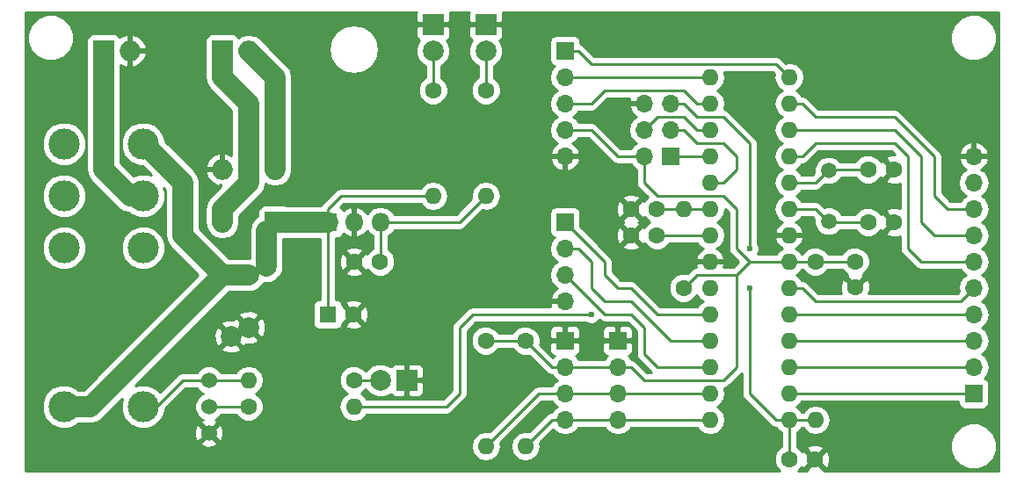
<source format=gbr>
G04 #@! TF.FileFunction,Copper,L2,Bot,Signal*
%FSLAX46Y46*%
G04 Gerber Fmt 4.6, Leading zero omitted, Abs format (unit mm)*
G04 Created by KiCad (PCBNEW 4.0.7) date Thursday, 12. October 2017 'u30' 16:30:57*
%MOMM*%
%LPD*%
G01*
G04 APERTURE LIST*
%ADD10C,0.100000*%
%ADD11C,1.600000*%
%ADD12R,1.600000X1.600000*%
%ADD13O,2.000000X2.000000*%
%ADD14R,2.000000X2.000000*%
%ADD15O,1.600000X1.600000*%
%ADD16O,1.998980X1.998980*%
%ADD17R,1.998980X1.998980*%
%ADD18R,1.700000X1.700000*%
%ADD19O,1.700000X1.700000*%
%ADD20C,3.000000*%
%ADD21R,1.800000X1.800000*%
%ADD22O,1.800000X1.800000*%
%ADD23C,1.501140*%
%ADD24C,1.998980*%
%ADD25C,2.000000*%
%ADD26C,1.524000*%
%ADD27C,0.600000*%
%ADD28C,0.250000*%
%ADD29C,2.000000*%
%ADD30C,0.254000*%
G04 APERTURE END LIST*
D10*
D11*
X144780000Y-87630000D03*
X147280000Y-87630000D03*
X102870000Y-68580000D03*
X105370000Y-68580000D03*
X129540000Y-63500000D03*
X132040000Y-63500000D03*
X129540000Y-66040000D03*
X132040000Y-66040000D03*
D12*
X100330000Y-73660000D03*
D11*
X102830000Y-73660000D03*
X151130000Y-68580000D03*
X151130000Y-71080000D03*
X152400000Y-64770000D03*
X154900000Y-64770000D03*
X152400000Y-59690000D03*
X154900000Y-59690000D03*
D13*
X90170000Y-64770000D03*
X95250000Y-59690000D03*
X90170000Y-59690000D03*
D14*
X95250000Y-64770000D03*
D15*
X144780000Y-83820000D03*
X144780000Y-81280000D03*
X144780000Y-78740000D03*
X144780000Y-76200000D03*
X144780000Y-73660000D03*
X144780000Y-71120000D03*
X144780000Y-68580000D03*
X144780000Y-66040000D03*
X144780000Y-63500000D03*
X144780000Y-60960000D03*
X144780000Y-58420000D03*
X144780000Y-55880000D03*
X144780000Y-53340000D03*
X144780000Y-50800000D03*
X137160000Y-50800000D03*
X137160000Y-53340000D03*
X137160000Y-55880000D03*
X137160000Y-58420000D03*
X137160000Y-60960000D03*
X137160000Y-63500000D03*
X137160000Y-66040000D03*
X137160000Y-68580000D03*
X137160000Y-71120000D03*
X137160000Y-73660000D03*
X137160000Y-76200000D03*
X137160000Y-78740000D03*
X137160000Y-81280000D03*
X137160000Y-83820000D03*
D16*
X92710000Y-48260000D03*
D17*
X90170000Y-48260000D03*
D16*
X81280000Y-48260000D03*
D17*
X78740000Y-48260000D03*
D11*
X134620000Y-71120000D03*
D15*
X134620000Y-63500000D03*
D18*
X162560000Y-81280000D03*
D19*
X162560000Y-78740000D03*
X162560000Y-76200000D03*
X162560000Y-73660000D03*
X162560000Y-71120000D03*
X162560000Y-68580000D03*
X162560000Y-66040000D03*
X162560000Y-63500000D03*
X162560000Y-60960000D03*
X162560000Y-58420000D03*
D18*
X123190000Y-48260000D03*
D19*
X123190000Y-50800000D03*
X123190000Y-53340000D03*
X123190000Y-55880000D03*
X123190000Y-58420000D03*
D18*
X123190000Y-64770000D03*
D19*
X123190000Y-67310000D03*
X123190000Y-69850000D03*
X123190000Y-72390000D03*
D18*
X133350000Y-58420000D03*
D19*
X130810000Y-58420000D03*
X133350000Y-55880000D03*
X130810000Y-55880000D03*
X133350000Y-53340000D03*
X130810000Y-53340000D03*
D18*
X123190000Y-76200000D03*
D19*
X123190000Y-78740000D03*
X123190000Y-81280000D03*
X123190000Y-83820000D03*
D18*
X128270000Y-76200000D03*
D19*
X128270000Y-78740000D03*
X128270000Y-81280000D03*
X128270000Y-83820000D03*
D11*
X92710000Y-82550000D03*
D15*
X102870000Y-82550000D03*
D11*
X119380000Y-76200000D03*
D15*
X119380000Y-86360000D03*
D11*
X115570000Y-76200000D03*
D15*
X115570000Y-86360000D03*
D20*
X74930000Y-82550000D03*
X82550000Y-82550000D03*
X74930000Y-62230000D03*
X82550000Y-57230000D03*
X82550000Y-67230000D03*
X74930000Y-67230000D03*
X82550000Y-62230000D03*
X74930000Y-57230000D03*
D21*
X100330000Y-64770000D03*
D22*
X102870000Y-64770000D03*
X105410000Y-64770000D03*
D23*
X148590000Y-59789060D03*
X148590000Y-64670940D03*
D24*
X91010740Y-75791060D03*
X94409260Y-68988940D03*
X92710000Y-74930000D03*
X92710000Y-69850000D03*
D14*
X110490000Y-45720000D03*
D25*
X110490000Y-48260000D03*
D14*
X115570000Y-45720000D03*
D25*
X115570000Y-48260000D03*
D14*
X107950000Y-80010000D03*
D25*
X105410000Y-80010000D03*
D11*
X110490000Y-52070000D03*
D15*
X110490000Y-62230000D03*
D11*
X115570000Y-52070000D03*
D15*
X115570000Y-62230000D03*
D11*
X102870000Y-80010000D03*
D15*
X92710000Y-80010000D03*
D11*
X147320000Y-68580000D03*
D15*
X147320000Y-83820000D03*
D26*
X88900000Y-82550000D03*
X88900000Y-85090000D03*
X88900000Y-80010000D03*
D27*
X140970000Y-67310000D03*
X140970000Y-71120000D03*
X151130000Y-68580000D03*
X125730000Y-73660000D03*
D28*
X134620000Y-53340000D02*
X135890000Y-54610000D01*
X135890000Y-54610000D02*
X138430000Y-54610000D01*
X138430000Y-54610000D02*
X140970000Y-57150000D01*
X140970000Y-57150000D02*
X140970000Y-67310000D01*
X133350000Y-53340000D02*
X134620000Y-53340000D01*
X143510000Y-83820000D02*
X144780000Y-83820000D01*
X140970000Y-81280000D02*
X143510000Y-83820000D01*
X140970000Y-71120000D02*
X140970000Y-81280000D01*
X144780000Y-87630000D02*
X144780000Y-83820000D01*
X144780000Y-83820000D02*
X147320000Y-83820000D01*
X138430000Y-80010000D02*
X139700000Y-78740000D01*
X129540000Y-78740000D02*
X130810000Y-80010000D01*
X130810000Y-80010000D02*
X138430000Y-80010000D01*
X128270000Y-78740000D02*
X129540000Y-78740000D01*
X139700000Y-78740000D02*
X139700000Y-69850000D01*
X123190000Y-55880000D02*
X125730000Y-55880000D01*
X128270000Y-58420000D02*
X125730000Y-55880000D01*
X128270000Y-58420000D02*
X130810000Y-58420000D01*
X130810000Y-58420000D02*
X130810000Y-60960000D01*
X139700000Y-67310000D02*
X140970000Y-68580000D01*
X139700000Y-63500000D02*
X139700000Y-67310000D01*
X138430000Y-62230000D02*
X139700000Y-63500000D01*
X132080000Y-62230000D02*
X138430000Y-62230000D01*
X130810000Y-60960000D02*
X132080000Y-62230000D01*
X119380000Y-76200000D02*
X115570000Y-76200000D01*
X123190000Y-78740000D02*
X121920000Y-78740000D01*
X121920000Y-78740000D02*
X119380000Y-76200000D01*
X128270000Y-78740000D02*
X123190000Y-78740000D01*
X144780000Y-68580000D02*
X140970000Y-68580000D01*
X135890000Y-69850000D02*
X134620000Y-71120000D01*
X139700000Y-69850000D02*
X135890000Y-69850000D01*
X140970000Y-68580000D02*
X139700000Y-69850000D01*
X147320000Y-68580000D02*
X151130000Y-68580000D01*
X144780000Y-68580000D02*
X147320000Y-68580000D01*
X105410000Y-64770000D02*
X113030000Y-64770000D01*
X113030000Y-64770000D02*
X115570000Y-62230000D01*
X105410000Y-64770000D02*
X105410000Y-68540000D01*
X105410000Y-68540000D02*
X105370000Y-68580000D01*
X134620000Y-63500000D02*
X132040000Y-63500000D01*
X137160000Y-63500000D02*
X134620000Y-63500000D01*
X137160000Y-66040000D02*
X132040000Y-66040000D01*
X82550000Y-57230000D02*
X82630000Y-57230000D01*
D29*
X82630000Y-57230000D02*
X86360000Y-60960000D01*
X86360000Y-60960000D02*
X86360000Y-66040000D01*
X86360000Y-66040000D02*
X90170000Y-69850000D01*
X74930000Y-82550000D02*
X77470000Y-82550000D01*
X90170000Y-69850000D02*
X92710000Y-69850000D01*
X77470000Y-82550000D02*
X90170000Y-69850000D01*
D28*
X94409260Y-68988940D02*
X93571060Y-68988940D01*
X93571060Y-68988940D02*
X92710000Y-69850000D01*
X100330000Y-64770000D02*
X100330000Y-63500000D01*
X101600000Y-62230000D02*
X110490000Y-62230000D01*
X100330000Y-63500000D02*
X101600000Y-62230000D01*
D29*
X94409260Y-68988940D02*
X94409260Y-65610740D01*
D28*
X94409260Y-65610740D02*
X95250000Y-64770000D01*
X100330000Y-64770000D02*
X100330000Y-73660000D01*
D29*
X100330000Y-64770000D02*
X95250000Y-64770000D01*
D28*
X152400000Y-64770000D02*
X148689060Y-64770000D01*
X148689060Y-64770000D02*
X148590000Y-64670940D01*
X148590000Y-64670940D02*
X148490940Y-64670940D01*
X148490940Y-64670940D02*
X147320000Y-63500000D01*
X147320000Y-63500000D02*
X144780000Y-63500000D01*
X152400000Y-59690000D02*
X148689060Y-59690000D01*
X148689060Y-59690000D02*
X148590000Y-59789060D01*
X148590000Y-59789060D02*
X148490940Y-59789060D01*
X148490940Y-59789060D02*
X147320000Y-60960000D01*
X147320000Y-60960000D02*
X144780000Y-60960000D01*
D29*
X90170000Y-64770000D02*
X90170000Y-63500000D01*
X90170000Y-50800000D02*
X90170000Y-48260000D01*
X92710000Y-53340000D02*
X90170000Y-50800000D01*
X92710000Y-60960000D02*
X92710000Y-53340000D01*
X90170000Y-63500000D02*
X92710000Y-60960000D01*
D28*
X144780000Y-81280000D02*
X162560000Y-81280000D01*
X144780000Y-78740000D02*
X162560000Y-78740000D01*
X162560000Y-76200000D02*
X144780000Y-76200000D01*
X144780000Y-73660000D02*
X162560000Y-73660000D01*
X144780000Y-71120000D02*
X146050000Y-71120000D01*
X146050000Y-71120000D02*
X147320000Y-72390000D01*
X147320000Y-72390000D02*
X161290000Y-72390000D01*
X161290000Y-72390000D02*
X162560000Y-71120000D01*
X144780000Y-58420000D02*
X146050000Y-58420000D01*
X146050000Y-58420000D02*
X147320000Y-57150000D01*
X147320000Y-57150000D02*
X154940000Y-57150000D01*
X154940000Y-57150000D02*
X156210000Y-58420000D01*
X156210000Y-58420000D02*
X156210000Y-67310000D01*
X156210000Y-67310000D02*
X157480000Y-68580000D01*
X157480000Y-68580000D02*
X162560000Y-68580000D01*
X144780000Y-55880000D02*
X154940000Y-55880000D01*
X154940000Y-55880000D02*
X157480000Y-58420000D01*
X157480000Y-58420000D02*
X157480000Y-64770000D01*
X157480000Y-64770000D02*
X158750000Y-66040000D01*
X158750000Y-66040000D02*
X162560000Y-66040000D01*
X144780000Y-53340000D02*
X146050000Y-53340000D01*
X146050000Y-53340000D02*
X147320000Y-54610000D01*
X147320000Y-54610000D02*
X154940000Y-54610000D01*
X154940000Y-54610000D02*
X158750000Y-58420000D01*
X158750000Y-58420000D02*
X158750000Y-62230000D01*
X158750000Y-62230000D02*
X160020000Y-63500000D01*
X160020000Y-63500000D02*
X162560000Y-63500000D01*
X123190000Y-48260000D02*
X124460000Y-48260000D01*
X143510000Y-49530000D02*
X144780000Y-50800000D01*
X125730000Y-49530000D02*
X143510000Y-49530000D01*
X124460000Y-48260000D02*
X125730000Y-49530000D01*
X123190000Y-50800000D02*
X137160000Y-50800000D01*
X137160000Y-53340000D02*
X135890000Y-53340000D01*
X125730000Y-53340000D02*
X127000000Y-52070000D01*
X127000000Y-52070000D02*
X134620000Y-52070000D01*
X125730000Y-53340000D02*
X123190000Y-53340000D01*
X135890000Y-53340000D02*
X134620000Y-52070000D01*
X130810000Y-55880000D02*
X132080000Y-54610000D01*
X135890000Y-55880000D02*
X137160000Y-55880000D01*
X134620000Y-54610000D02*
X135890000Y-55880000D01*
X132080000Y-54610000D02*
X134620000Y-54610000D01*
X133350000Y-58420000D02*
X137160000Y-58420000D01*
X133350000Y-55880000D02*
X134620000Y-55880000D01*
X138430000Y-60960000D02*
X137160000Y-60960000D01*
X139700000Y-59690000D02*
X138430000Y-60960000D01*
X139700000Y-58420000D02*
X139700000Y-59690000D01*
X138430000Y-57150000D02*
X139700000Y-58420000D01*
X135890000Y-57150000D02*
X138430000Y-57150000D01*
X134620000Y-55880000D02*
X135890000Y-57150000D01*
X102870000Y-82550000D02*
X111760000Y-82550000D01*
X114300000Y-73660000D02*
X125730000Y-73660000D01*
X113030000Y-74930000D02*
X114300000Y-73660000D01*
X113030000Y-81280000D02*
X113030000Y-74930000D01*
X111760000Y-82550000D02*
X113030000Y-81280000D01*
X127000000Y-69850000D02*
X127000000Y-68580000D01*
X132080000Y-73660000D02*
X129540000Y-71120000D01*
X129540000Y-71120000D02*
X128270000Y-71120000D01*
X128270000Y-71120000D02*
X127000000Y-69850000D01*
X137160000Y-73660000D02*
X132080000Y-73660000D01*
X127000000Y-68580000D02*
X123190000Y-64770000D01*
X128270000Y-72390000D02*
X129540000Y-72390000D01*
X125730000Y-71120000D02*
X127000000Y-72390000D01*
X127000000Y-72390000D02*
X128270000Y-72390000D01*
X123190000Y-67310000D02*
X124460000Y-67310000D01*
X124460000Y-67310000D02*
X125730000Y-68580000D01*
X125730000Y-68580000D02*
X125730000Y-71120000D01*
X133350000Y-76200000D02*
X137160000Y-76200000D01*
X129540000Y-72390000D02*
X133350000Y-76200000D01*
X127000000Y-73660000D02*
X129540000Y-73660000D01*
X123190000Y-69850000D02*
X127000000Y-73660000D01*
X130810000Y-74930000D02*
X129540000Y-73660000D01*
X132080000Y-78740000D02*
X137160000Y-78740000D01*
X132080000Y-78740000D02*
X130810000Y-77470000D01*
X130810000Y-77470000D02*
X130810000Y-74930000D01*
X137160000Y-81280000D02*
X128270000Y-81280000D01*
X128270000Y-81280000D02*
X123190000Y-81280000D01*
X123190000Y-81280000D02*
X120650000Y-81280000D01*
X120650000Y-81280000D02*
X115570000Y-86360000D01*
X123190000Y-83820000D02*
X121920000Y-83820000D01*
X121920000Y-83820000D02*
X119380000Y-86360000D01*
X128270000Y-83820000D02*
X123190000Y-83820000D01*
X137160000Y-83820000D02*
X128270000Y-83820000D01*
X82550000Y-62230000D02*
X81280000Y-62230000D01*
D29*
X81280000Y-62230000D02*
X78740000Y-59690000D01*
X78740000Y-59690000D02*
X78740000Y-48260000D01*
D28*
X88900000Y-82550000D02*
X92710000Y-82550000D01*
X88900000Y-80010000D02*
X92710000Y-80010000D01*
X82550000Y-82550000D02*
X83820000Y-82550000D01*
X83820000Y-82550000D02*
X86360000Y-80010000D01*
X86360000Y-80010000D02*
X92710000Y-80010000D01*
D29*
X95250000Y-59690000D02*
X95250000Y-50800000D01*
X95250000Y-50800000D02*
X92710000Y-48260000D01*
D28*
X110490000Y-48260000D02*
X110490000Y-52070000D01*
X115570000Y-48260000D02*
X115570000Y-52070000D01*
X102870000Y-80010000D02*
X105410000Y-80010000D01*
D30*
G36*
X108855000Y-44593690D02*
X108855000Y-45434250D01*
X109013750Y-45593000D01*
X110363000Y-45593000D01*
X110363000Y-45573000D01*
X110617000Y-45573000D01*
X110617000Y-45593000D01*
X111966250Y-45593000D01*
X112125000Y-45434250D01*
X112125000Y-44593690D01*
X112118087Y-44577000D01*
X113941913Y-44577000D01*
X113935000Y-44593690D01*
X113935000Y-45434250D01*
X114093750Y-45593000D01*
X115443000Y-45593000D01*
X115443000Y-45573000D01*
X115697000Y-45573000D01*
X115697000Y-45593000D01*
X117046250Y-45593000D01*
X117205000Y-45434250D01*
X117205000Y-44593690D01*
X117198087Y-44577000D01*
X164973000Y-44577000D01*
X164973000Y-88773000D01*
X148067399Y-88773000D01*
X148108139Y-88637745D01*
X147280000Y-87809605D01*
X146451861Y-88637745D01*
X146492601Y-88773000D01*
X145666173Y-88773000D01*
X145995824Y-88443923D01*
X146023423Y-88377456D01*
X146026136Y-88384005D01*
X146272255Y-88458139D01*
X147100395Y-87630000D01*
X147459605Y-87630000D01*
X148287745Y-88458139D01*
X148533864Y-88384005D01*
X148726965Y-87846777D01*
X148699778Y-87276546D01*
X148533864Y-86875995D01*
X148290262Y-86802619D01*
X160324613Y-86802619D01*
X160664155Y-87624372D01*
X161292321Y-88253636D01*
X162113481Y-88594611D01*
X163002619Y-88595387D01*
X163824372Y-88255845D01*
X164453636Y-87627679D01*
X164794611Y-86806519D01*
X164795387Y-85917381D01*
X164455845Y-85095628D01*
X163827679Y-84466364D01*
X163006519Y-84125389D01*
X162117381Y-84124613D01*
X161295628Y-84464155D01*
X160666364Y-85092321D01*
X160325389Y-85913481D01*
X160324613Y-86802619D01*
X148290262Y-86802619D01*
X148287745Y-86801861D01*
X147459605Y-87630000D01*
X147100395Y-87630000D01*
X146272255Y-86801861D01*
X146026136Y-86875995D01*
X146023804Y-86882483D01*
X145997243Y-86818200D01*
X145801640Y-86622255D01*
X146451861Y-86622255D01*
X147280000Y-87450395D01*
X148108139Y-86622255D01*
X148034005Y-86376136D01*
X147496777Y-86183035D01*
X146926546Y-86210222D01*
X146525995Y-86376136D01*
X146451861Y-86622255D01*
X145801640Y-86622255D01*
X145593923Y-86414176D01*
X145540000Y-86391785D01*
X145540000Y-85023667D01*
X145822811Y-84834698D01*
X145992995Y-84580000D01*
X146116333Y-84580000D01*
X146305302Y-84862811D01*
X146770849Y-85173880D01*
X147320000Y-85283113D01*
X147869151Y-85173880D01*
X148334698Y-84862811D01*
X148645767Y-84397264D01*
X148755000Y-83848113D01*
X148755000Y-83791887D01*
X148645767Y-83242736D01*
X148334698Y-82777189D01*
X147869151Y-82466120D01*
X147320000Y-82356887D01*
X146770849Y-82466120D01*
X146305302Y-82777189D01*
X146116333Y-83060000D01*
X145992995Y-83060000D01*
X145822811Y-82805302D01*
X145440725Y-82550000D01*
X145822811Y-82294698D01*
X145992995Y-82040000D01*
X161062560Y-82040000D01*
X161062560Y-82130000D01*
X161106838Y-82365317D01*
X161245910Y-82581441D01*
X161458110Y-82726431D01*
X161710000Y-82777440D01*
X163410000Y-82777440D01*
X163645317Y-82733162D01*
X163861441Y-82594090D01*
X164006431Y-82381890D01*
X164057440Y-82130000D01*
X164057440Y-80430000D01*
X164013162Y-80194683D01*
X163874090Y-79978559D01*
X163661890Y-79833569D01*
X163594459Y-79819914D01*
X163639147Y-79790054D01*
X163961054Y-79308285D01*
X164074093Y-78740000D01*
X163961054Y-78171715D01*
X163639147Y-77689946D01*
X163309974Y-77470000D01*
X163639147Y-77250054D01*
X163961054Y-76768285D01*
X164074093Y-76200000D01*
X163961054Y-75631715D01*
X163639147Y-75149946D01*
X163309974Y-74930000D01*
X163639147Y-74710054D01*
X163961054Y-74228285D01*
X164074093Y-73660000D01*
X163961054Y-73091715D01*
X163639147Y-72609946D01*
X163309974Y-72390000D01*
X163639147Y-72170054D01*
X163961054Y-71688285D01*
X164074093Y-71120000D01*
X163961054Y-70551715D01*
X163639147Y-70069946D01*
X163309974Y-69850000D01*
X163639147Y-69630054D01*
X163961054Y-69148285D01*
X164074093Y-68580000D01*
X163961054Y-68011715D01*
X163639147Y-67529946D01*
X163309974Y-67310000D01*
X163639147Y-67090054D01*
X163961054Y-66608285D01*
X164074093Y-66040000D01*
X163961054Y-65471715D01*
X163639147Y-64989946D01*
X163309974Y-64770000D01*
X163639147Y-64550054D01*
X163961054Y-64068285D01*
X164074093Y-63500000D01*
X163961054Y-62931715D01*
X163639147Y-62449946D01*
X163309974Y-62230000D01*
X163639147Y-62010054D01*
X163961054Y-61528285D01*
X164074093Y-60960000D01*
X163961054Y-60391715D01*
X163639147Y-59909946D01*
X163298447Y-59682298D01*
X163441358Y-59615183D01*
X163831645Y-59186924D01*
X164001476Y-58776890D01*
X163880155Y-58547000D01*
X162687000Y-58547000D01*
X162687000Y-58567000D01*
X162433000Y-58567000D01*
X162433000Y-58547000D01*
X161239845Y-58547000D01*
X161118524Y-58776890D01*
X161288355Y-59186924D01*
X161678642Y-59615183D01*
X161821553Y-59682298D01*
X161480853Y-59909946D01*
X161158946Y-60391715D01*
X161045907Y-60960000D01*
X161158946Y-61528285D01*
X161480853Y-62010054D01*
X161810026Y-62230000D01*
X161480853Y-62449946D01*
X161287046Y-62740000D01*
X160334802Y-62740000D01*
X159510000Y-61915198D01*
X159510000Y-58420000D01*
X159452148Y-58129161D01*
X159408015Y-58063110D01*
X161118524Y-58063110D01*
X161239845Y-58293000D01*
X162433000Y-58293000D01*
X162433000Y-57099181D01*
X162687000Y-57099181D01*
X162687000Y-58293000D01*
X163880155Y-58293000D01*
X164001476Y-58063110D01*
X163831645Y-57653076D01*
X163441358Y-57224817D01*
X162916892Y-56978514D01*
X162687000Y-57099181D01*
X162433000Y-57099181D01*
X162203108Y-56978514D01*
X161678642Y-57224817D01*
X161288355Y-57653076D01*
X161118524Y-58063110D01*
X159408015Y-58063110D01*
X159287401Y-57882599D01*
X155477401Y-54072599D01*
X155230839Y-53907852D01*
X154940000Y-53850000D01*
X147634802Y-53850000D01*
X146587401Y-52802599D01*
X146340839Y-52637852D01*
X146050000Y-52580000D01*
X145992995Y-52580000D01*
X145822811Y-52325302D01*
X145440725Y-52070000D01*
X145822811Y-51814698D01*
X146133880Y-51349151D01*
X146243113Y-50800000D01*
X146133880Y-50250849D01*
X145822811Y-49785302D01*
X145357264Y-49474233D01*
X144808113Y-49365000D01*
X144751887Y-49365000D01*
X144474898Y-49420096D01*
X144047401Y-48992599D01*
X143800839Y-48827852D01*
X143510000Y-48770000D01*
X126044802Y-48770000D01*
X124997401Y-47722599D01*
X124750839Y-47557852D01*
X124687440Y-47545241D01*
X124687440Y-47432619D01*
X160324613Y-47432619D01*
X160664155Y-48254372D01*
X161292321Y-48883636D01*
X162113481Y-49224611D01*
X163002619Y-49225387D01*
X163824372Y-48885845D01*
X164453636Y-48257679D01*
X164794611Y-47436519D01*
X164795387Y-46547381D01*
X164455845Y-45725628D01*
X163827679Y-45096364D01*
X163006519Y-44755389D01*
X162117381Y-44754613D01*
X161295628Y-45094155D01*
X160666364Y-45722321D01*
X160325389Y-46543481D01*
X160324613Y-47432619D01*
X124687440Y-47432619D01*
X124687440Y-47410000D01*
X124643162Y-47174683D01*
X124504090Y-46958559D01*
X124291890Y-46813569D01*
X124040000Y-46762560D01*
X122340000Y-46762560D01*
X122104683Y-46806838D01*
X121888559Y-46945910D01*
X121743569Y-47158110D01*
X121692560Y-47410000D01*
X121692560Y-49110000D01*
X121736838Y-49345317D01*
X121875910Y-49561441D01*
X122088110Y-49706431D01*
X122155541Y-49720086D01*
X122110853Y-49749946D01*
X121788946Y-50231715D01*
X121675907Y-50800000D01*
X121788946Y-51368285D01*
X122110853Y-51850054D01*
X122440026Y-52070000D01*
X122110853Y-52289946D01*
X121788946Y-52771715D01*
X121675907Y-53340000D01*
X121788946Y-53908285D01*
X122110853Y-54390054D01*
X122440026Y-54610000D01*
X122110853Y-54829946D01*
X121788946Y-55311715D01*
X121675907Y-55880000D01*
X121788946Y-56448285D01*
X122110853Y-56930054D01*
X122451553Y-57157702D01*
X122308642Y-57224817D01*
X121918355Y-57653076D01*
X121748524Y-58063110D01*
X121869845Y-58293000D01*
X123063000Y-58293000D01*
X123063000Y-58273000D01*
X123317000Y-58273000D01*
X123317000Y-58293000D01*
X124510155Y-58293000D01*
X124631476Y-58063110D01*
X124461645Y-57653076D01*
X124071358Y-57224817D01*
X123928447Y-57157702D01*
X124269147Y-56930054D01*
X124462954Y-56640000D01*
X125415198Y-56640000D01*
X127732599Y-58957401D01*
X127979160Y-59122148D01*
X128027414Y-59131746D01*
X128270000Y-59180000D01*
X129537046Y-59180000D01*
X129730853Y-59470054D01*
X130050000Y-59683301D01*
X130050000Y-60960000D01*
X130107852Y-61250839D01*
X130272599Y-61497401D01*
X131143003Y-62367805D01*
X130824176Y-62686077D01*
X130796577Y-62752544D01*
X130793864Y-62745995D01*
X130547745Y-62671861D01*
X129719605Y-63500000D01*
X130547745Y-64328139D01*
X130793864Y-64254005D01*
X130796196Y-64247517D01*
X130822757Y-64311800D01*
X131226077Y-64715824D01*
X131356215Y-64769862D01*
X131228200Y-64822757D01*
X130824176Y-65226077D01*
X130796577Y-65292544D01*
X130793864Y-65285995D01*
X130547745Y-65211861D01*
X129719605Y-66040000D01*
X130547745Y-66868139D01*
X130793864Y-66794005D01*
X130796196Y-66787517D01*
X130822757Y-66851800D01*
X131226077Y-67255824D01*
X131753309Y-67474750D01*
X132324187Y-67475248D01*
X132851800Y-67257243D01*
X133255824Y-66853923D01*
X133278215Y-66800000D01*
X135947005Y-66800000D01*
X136117189Y-67054698D01*
X136521703Y-67324986D01*
X136304866Y-67427611D01*
X135928959Y-67842577D01*
X135768096Y-68230961D01*
X135890085Y-68453000D01*
X137033000Y-68453000D01*
X137033000Y-68433000D01*
X137287000Y-68433000D01*
X137287000Y-68453000D01*
X138429915Y-68453000D01*
X138551904Y-68230961D01*
X138391041Y-67842577D01*
X138015134Y-67427611D01*
X137798297Y-67324986D01*
X138202811Y-67054698D01*
X138513880Y-66589151D01*
X138623113Y-66040000D01*
X138513880Y-65490849D01*
X138202811Y-65025302D01*
X137820725Y-64770000D01*
X138202811Y-64514698D01*
X138513880Y-64049151D01*
X138623113Y-63500000D01*
X138622595Y-63497397D01*
X138940000Y-63814802D01*
X138940000Y-67310000D01*
X138997852Y-67600839D01*
X139162599Y-67847401D01*
X139895198Y-68580000D01*
X139385198Y-69090000D01*
X138485236Y-69090000D01*
X138551904Y-68929039D01*
X138429915Y-68707000D01*
X137287000Y-68707000D01*
X137287000Y-68727000D01*
X137033000Y-68727000D01*
X137033000Y-68707000D01*
X135890085Y-68707000D01*
X135768096Y-68929039D01*
X135838968Y-69100151D01*
X135599160Y-69147852D01*
X135352599Y-69312599D01*
X134958454Y-69706744D01*
X134906691Y-69685250D01*
X134335813Y-69684752D01*
X133808200Y-69902757D01*
X133404176Y-70306077D01*
X133185250Y-70833309D01*
X133184752Y-71404187D01*
X133402757Y-71931800D01*
X133806077Y-72335824D01*
X134333309Y-72554750D01*
X134904187Y-72555248D01*
X135431800Y-72337243D01*
X135835824Y-71933923D01*
X135892245Y-71798046D01*
X136117189Y-72134698D01*
X136499275Y-72390000D01*
X136117189Y-72645302D01*
X135947005Y-72900000D01*
X132394802Y-72900000D01*
X130077401Y-70582599D01*
X129830839Y-70417852D01*
X129540000Y-70360000D01*
X128584802Y-70360000D01*
X127760000Y-69535198D01*
X127760000Y-68580000D01*
X127702148Y-68289161D01*
X127537401Y-68042599D01*
X126542547Y-67047745D01*
X128711861Y-67047745D01*
X128785995Y-67293864D01*
X129323223Y-67486965D01*
X129893454Y-67459778D01*
X130294005Y-67293864D01*
X130368139Y-67047745D01*
X129540000Y-66219605D01*
X128711861Y-67047745D01*
X126542547Y-67047745D01*
X125318025Y-65823223D01*
X128093035Y-65823223D01*
X128120222Y-66393454D01*
X128286136Y-66794005D01*
X128532255Y-66868139D01*
X129360395Y-66040000D01*
X128532255Y-65211861D01*
X128286136Y-65285995D01*
X128093035Y-65823223D01*
X125318025Y-65823223D01*
X124687440Y-65192638D01*
X124687440Y-64507745D01*
X128711861Y-64507745D01*
X128785995Y-64753864D01*
X128827709Y-64768858D01*
X128785995Y-64786136D01*
X128711861Y-65032255D01*
X129540000Y-65860395D01*
X130368139Y-65032255D01*
X130294005Y-64786136D01*
X130252291Y-64771142D01*
X130294005Y-64753864D01*
X130368139Y-64507745D01*
X129540000Y-63679605D01*
X128711861Y-64507745D01*
X124687440Y-64507745D01*
X124687440Y-63920000D01*
X124643162Y-63684683D01*
X124504090Y-63468559D01*
X124291890Y-63323569D01*
X124092656Y-63283223D01*
X128093035Y-63283223D01*
X128120222Y-63853454D01*
X128286136Y-64254005D01*
X128532255Y-64328139D01*
X129360395Y-63500000D01*
X128532255Y-62671861D01*
X128286136Y-62745995D01*
X128093035Y-63283223D01*
X124092656Y-63283223D01*
X124040000Y-63272560D01*
X122340000Y-63272560D01*
X122104683Y-63316838D01*
X121888559Y-63455910D01*
X121743569Y-63668110D01*
X121692560Y-63920000D01*
X121692560Y-65620000D01*
X121736838Y-65855317D01*
X121875910Y-66071441D01*
X122088110Y-66216431D01*
X122155541Y-66230086D01*
X122110853Y-66259946D01*
X121788946Y-66741715D01*
X121675907Y-67310000D01*
X121788946Y-67878285D01*
X122110853Y-68360054D01*
X122440026Y-68580000D01*
X122110853Y-68799946D01*
X121788946Y-69281715D01*
X121675907Y-69850000D01*
X121788946Y-70418285D01*
X122110853Y-70900054D01*
X122451553Y-71127702D01*
X122308642Y-71194817D01*
X121918355Y-71623076D01*
X121748524Y-72033110D01*
X121869845Y-72263000D01*
X123063000Y-72263000D01*
X123063000Y-72243000D01*
X123317000Y-72243000D01*
X123317000Y-72263000D01*
X123337000Y-72263000D01*
X123337000Y-72517000D01*
X123317000Y-72517000D01*
X123317000Y-72537000D01*
X123063000Y-72537000D01*
X123063000Y-72517000D01*
X121869845Y-72517000D01*
X121748524Y-72746890D01*
X121811940Y-72900000D01*
X114300000Y-72900000D01*
X114009160Y-72957852D01*
X113762599Y-73122599D01*
X112492599Y-74392599D01*
X112327852Y-74639161D01*
X112270000Y-74930000D01*
X112270000Y-80965198D01*
X111445198Y-81790000D01*
X104082995Y-81790000D01*
X103912811Y-81535302D01*
X103539664Y-81285973D01*
X103681800Y-81227243D01*
X104008944Y-80900669D01*
X104023106Y-80934943D01*
X104482637Y-81395278D01*
X105083352Y-81644716D01*
X105733795Y-81645284D01*
X106334943Y-81396894D01*
X106397197Y-81334749D01*
X106411673Y-81369698D01*
X106590301Y-81548327D01*
X106823690Y-81645000D01*
X107664250Y-81645000D01*
X107823000Y-81486250D01*
X107823000Y-80137000D01*
X108077000Y-80137000D01*
X108077000Y-81486250D01*
X108235750Y-81645000D01*
X109076310Y-81645000D01*
X109309699Y-81548327D01*
X109488327Y-81369698D01*
X109585000Y-81136309D01*
X109585000Y-80295750D01*
X109426250Y-80137000D01*
X108077000Y-80137000D01*
X107823000Y-80137000D01*
X107803000Y-80137000D01*
X107803000Y-79883000D01*
X107823000Y-79883000D01*
X107823000Y-78533750D01*
X108077000Y-78533750D01*
X108077000Y-79883000D01*
X109426250Y-79883000D01*
X109585000Y-79724250D01*
X109585000Y-78883691D01*
X109488327Y-78650302D01*
X109309699Y-78471673D01*
X109076310Y-78375000D01*
X108235750Y-78375000D01*
X108077000Y-78533750D01*
X107823000Y-78533750D01*
X107664250Y-78375000D01*
X106823690Y-78375000D01*
X106590301Y-78471673D01*
X106411673Y-78650302D01*
X106397370Y-78684834D01*
X106337363Y-78624722D01*
X105736648Y-78375284D01*
X105086205Y-78374716D01*
X104485057Y-78623106D01*
X104024722Y-79082637D01*
X104009199Y-79120020D01*
X103683923Y-78794176D01*
X103156691Y-78575250D01*
X102585813Y-78574752D01*
X102058200Y-78792757D01*
X101654176Y-79196077D01*
X101435250Y-79723309D01*
X101434752Y-80294187D01*
X101652757Y-80821800D01*
X102056077Y-81225824D01*
X102200564Y-81285820D01*
X101827189Y-81535302D01*
X101516120Y-82000849D01*
X101406887Y-82550000D01*
X101516120Y-83099151D01*
X101827189Y-83564698D01*
X102292736Y-83875767D01*
X102841887Y-83985000D01*
X102898113Y-83985000D01*
X103447264Y-83875767D01*
X103912811Y-83564698D01*
X104082995Y-83310000D01*
X111760000Y-83310000D01*
X112050839Y-83252148D01*
X112297401Y-83087401D01*
X113567401Y-81817401D01*
X113732148Y-81570840D01*
X113790000Y-81280000D01*
X113790000Y-75244802D01*
X114614802Y-74420000D01*
X125167537Y-74420000D01*
X125199673Y-74452192D01*
X125543201Y-74594838D01*
X125915167Y-74595162D01*
X126258943Y-74453117D01*
X126494052Y-74218417D01*
X126709161Y-74362148D01*
X127000000Y-74420000D01*
X129225198Y-74420000D01*
X130050000Y-75244802D01*
X130050000Y-77470000D01*
X130107852Y-77760839D01*
X130272599Y-78007401D01*
X131515198Y-79250000D01*
X131124802Y-79250000D01*
X130077401Y-78202599D01*
X129830839Y-78037852D01*
X129543407Y-77980678D01*
X129349147Y-77689946D01*
X129305223Y-77660597D01*
X129479698Y-77588327D01*
X129658327Y-77409699D01*
X129755000Y-77176310D01*
X129755000Y-76485750D01*
X129596250Y-76327000D01*
X128397000Y-76327000D01*
X128397000Y-76347000D01*
X128143000Y-76347000D01*
X128143000Y-76327000D01*
X126943750Y-76327000D01*
X126785000Y-76485750D01*
X126785000Y-77176310D01*
X126881673Y-77409699D01*
X127060302Y-77588327D01*
X127234777Y-77660597D01*
X127190853Y-77689946D01*
X126997046Y-77980000D01*
X124462954Y-77980000D01*
X124269147Y-77689946D01*
X124225223Y-77660597D01*
X124399698Y-77588327D01*
X124578327Y-77409699D01*
X124675000Y-77176310D01*
X124675000Y-76485750D01*
X124516250Y-76327000D01*
X123317000Y-76327000D01*
X123317000Y-76347000D01*
X123063000Y-76347000D01*
X123063000Y-76327000D01*
X121863750Y-76327000D01*
X121705000Y-76485750D01*
X121705000Y-77176310D01*
X121801673Y-77409699D01*
X121980302Y-77588327D01*
X122154777Y-77660597D01*
X122110853Y-77689946D01*
X122044321Y-77789519D01*
X120793256Y-76538454D01*
X120814750Y-76486691D01*
X120815248Y-75915813D01*
X120597243Y-75388200D01*
X120433020Y-75223690D01*
X121705000Y-75223690D01*
X121705000Y-75914250D01*
X121863750Y-76073000D01*
X123063000Y-76073000D01*
X123063000Y-74873750D01*
X123317000Y-74873750D01*
X123317000Y-76073000D01*
X124516250Y-76073000D01*
X124675000Y-75914250D01*
X124675000Y-75223690D01*
X126785000Y-75223690D01*
X126785000Y-75914250D01*
X126943750Y-76073000D01*
X128143000Y-76073000D01*
X128143000Y-74873750D01*
X128397000Y-74873750D01*
X128397000Y-76073000D01*
X129596250Y-76073000D01*
X129755000Y-75914250D01*
X129755000Y-75223690D01*
X129658327Y-74990301D01*
X129479698Y-74811673D01*
X129246309Y-74715000D01*
X128555750Y-74715000D01*
X128397000Y-74873750D01*
X128143000Y-74873750D01*
X127984250Y-74715000D01*
X127293691Y-74715000D01*
X127060302Y-74811673D01*
X126881673Y-74990301D01*
X126785000Y-75223690D01*
X124675000Y-75223690D01*
X124578327Y-74990301D01*
X124399698Y-74811673D01*
X124166309Y-74715000D01*
X123475750Y-74715000D01*
X123317000Y-74873750D01*
X123063000Y-74873750D01*
X122904250Y-74715000D01*
X122213691Y-74715000D01*
X121980302Y-74811673D01*
X121801673Y-74990301D01*
X121705000Y-75223690D01*
X120433020Y-75223690D01*
X120193923Y-74984176D01*
X119666691Y-74765250D01*
X119095813Y-74764752D01*
X118568200Y-74982757D01*
X118164176Y-75386077D01*
X118141785Y-75440000D01*
X116808646Y-75440000D01*
X116787243Y-75388200D01*
X116383923Y-74984176D01*
X115856691Y-74765250D01*
X115285813Y-74764752D01*
X114758200Y-74982757D01*
X114354176Y-75386077D01*
X114135250Y-75913309D01*
X114134752Y-76484187D01*
X114352757Y-77011800D01*
X114756077Y-77415824D01*
X115283309Y-77634750D01*
X115854187Y-77635248D01*
X116381800Y-77417243D01*
X116785824Y-77013923D01*
X116808215Y-76960000D01*
X118141354Y-76960000D01*
X118162757Y-77011800D01*
X118566077Y-77415824D01*
X119093309Y-77634750D01*
X119664187Y-77635248D01*
X119718149Y-77612951D01*
X121382599Y-79277401D01*
X121629160Y-79442148D01*
X121677414Y-79451746D01*
X121916593Y-79499322D01*
X122110853Y-79790054D01*
X122440026Y-80010000D01*
X122110853Y-80229946D01*
X121917046Y-80520000D01*
X120650000Y-80520000D01*
X120359161Y-80577852D01*
X120112599Y-80742599D01*
X115893886Y-84961312D01*
X115570000Y-84896887D01*
X115020849Y-85006120D01*
X114555302Y-85317189D01*
X114244233Y-85782736D01*
X114135000Y-86331887D01*
X114135000Y-86388113D01*
X114244233Y-86937264D01*
X114555302Y-87402811D01*
X115020849Y-87713880D01*
X115570000Y-87823113D01*
X116119151Y-87713880D01*
X116584698Y-87402811D01*
X116895767Y-86937264D01*
X117005000Y-86388113D01*
X117005000Y-86331887D01*
X116949904Y-86054898D01*
X120964802Y-82040000D01*
X121917046Y-82040000D01*
X122110853Y-82330054D01*
X122440026Y-82550000D01*
X122110853Y-82769946D01*
X121916593Y-83060678D01*
X121677414Y-83108254D01*
X121629160Y-83117852D01*
X121382599Y-83282599D01*
X119703886Y-84961312D01*
X119380000Y-84896887D01*
X118830849Y-85006120D01*
X118365302Y-85317189D01*
X118054233Y-85782736D01*
X117945000Y-86331887D01*
X117945000Y-86388113D01*
X118054233Y-86937264D01*
X118365302Y-87402811D01*
X118830849Y-87713880D01*
X119380000Y-87823113D01*
X119929151Y-87713880D01*
X120394698Y-87402811D01*
X120705767Y-86937264D01*
X120815000Y-86388113D01*
X120815000Y-86331887D01*
X120759904Y-86054898D01*
X122044321Y-84770481D01*
X122110853Y-84870054D01*
X122592622Y-85191961D01*
X123160907Y-85305000D01*
X123219093Y-85305000D01*
X123787378Y-85191961D01*
X124269147Y-84870054D01*
X124462954Y-84580000D01*
X126997046Y-84580000D01*
X127190853Y-84870054D01*
X127672622Y-85191961D01*
X128240907Y-85305000D01*
X128299093Y-85305000D01*
X128867378Y-85191961D01*
X129349147Y-84870054D01*
X129542954Y-84580000D01*
X135947005Y-84580000D01*
X136117189Y-84834698D01*
X136582736Y-85145767D01*
X137131887Y-85255000D01*
X137188113Y-85255000D01*
X137737264Y-85145767D01*
X138202811Y-84834698D01*
X138513880Y-84369151D01*
X138623113Y-83820000D01*
X138513880Y-83270849D01*
X138202811Y-82805302D01*
X137820725Y-82550000D01*
X138202811Y-82294698D01*
X138513880Y-81829151D01*
X138623113Y-81280000D01*
X138518179Y-80752460D01*
X138720839Y-80712148D01*
X138967401Y-80547401D01*
X140210000Y-79304802D01*
X140210000Y-81280000D01*
X140267852Y-81570839D01*
X140432599Y-81817401D01*
X142972599Y-84357401D01*
X143219160Y-84522148D01*
X143267414Y-84531746D01*
X143510000Y-84580000D01*
X143567005Y-84580000D01*
X143737189Y-84834698D01*
X144020000Y-85023667D01*
X144020000Y-86391354D01*
X143968200Y-86412757D01*
X143564176Y-86816077D01*
X143345250Y-87343309D01*
X143344752Y-87914187D01*
X143562757Y-88441800D01*
X143893380Y-88773000D01*
X71247000Y-88773000D01*
X71247000Y-86070213D01*
X88099392Y-86070213D01*
X88168857Y-86312397D01*
X88692302Y-86499144D01*
X89247368Y-86471362D01*
X89631143Y-86312397D01*
X89700608Y-86070213D01*
X88900000Y-85269605D01*
X88099392Y-86070213D01*
X71247000Y-86070213D01*
X71247000Y-84882302D01*
X87490856Y-84882302D01*
X87518638Y-85437368D01*
X87677603Y-85821143D01*
X87919787Y-85890608D01*
X88720395Y-85090000D01*
X89079605Y-85090000D01*
X89880213Y-85890608D01*
X90122397Y-85821143D01*
X90309144Y-85297698D01*
X90281362Y-84742632D01*
X90122397Y-84358857D01*
X89880213Y-84289392D01*
X89079605Y-85090000D01*
X88720395Y-85090000D01*
X87919787Y-84289392D01*
X87677603Y-84358857D01*
X87490856Y-84882302D01*
X71247000Y-84882302D01*
X71247000Y-82972815D01*
X72794630Y-82972815D01*
X73118980Y-83757800D01*
X73719041Y-84358909D01*
X74503459Y-84684628D01*
X75352815Y-84685370D01*
X76137800Y-84361020D01*
X76314127Y-84185000D01*
X77469995Y-84185000D01*
X77470000Y-84185001D01*
X78095688Y-84060543D01*
X78626120Y-83706120D01*
X80562071Y-81770169D01*
X80415372Y-82123459D01*
X80414630Y-82972815D01*
X80738980Y-83757800D01*
X81339041Y-84358909D01*
X82123459Y-84684628D01*
X82972815Y-84685370D01*
X83757800Y-84361020D01*
X84358909Y-83760959D01*
X84684628Y-82976541D01*
X84684817Y-82759985D01*
X86674802Y-80770000D01*
X87702469Y-80770000D01*
X87714990Y-80800303D01*
X88107630Y-81193629D01*
X88315512Y-81279949D01*
X88109697Y-81364990D01*
X87716371Y-81757630D01*
X87503243Y-82270900D01*
X87502758Y-82826661D01*
X87714990Y-83340303D01*
X88107630Y-83733629D01*
X88299727Y-83813395D01*
X88168857Y-83867603D01*
X88099392Y-84109787D01*
X88900000Y-84910395D01*
X89700608Y-84109787D01*
X89631143Y-83867603D01*
X89490682Y-83817491D01*
X89690303Y-83735010D01*
X90083629Y-83342370D01*
X90097070Y-83310000D01*
X91471354Y-83310000D01*
X91492757Y-83361800D01*
X91896077Y-83765824D01*
X92423309Y-83984750D01*
X92994187Y-83985248D01*
X93521800Y-83767243D01*
X93925824Y-83363923D01*
X94144750Y-82836691D01*
X94145248Y-82265813D01*
X93927243Y-81738200D01*
X93523923Y-81334176D01*
X93379436Y-81274180D01*
X93752811Y-81024698D01*
X94063880Y-80559151D01*
X94173113Y-80010000D01*
X94063880Y-79460849D01*
X93752811Y-78995302D01*
X93287264Y-78684233D01*
X92738113Y-78575000D01*
X92681887Y-78575000D01*
X92132736Y-78684233D01*
X91667189Y-78995302D01*
X91497005Y-79250000D01*
X90097531Y-79250000D01*
X90085010Y-79219697D01*
X89692370Y-78826371D01*
X89179100Y-78613243D01*
X88623339Y-78612758D01*
X88109697Y-78824990D01*
X87716371Y-79217630D01*
X87702930Y-79250000D01*
X86360000Y-79250000D01*
X86117414Y-79298254D01*
X86069160Y-79307852D01*
X85822599Y-79472599D01*
X84157187Y-81138011D01*
X83760959Y-80741091D01*
X82976541Y-80415372D01*
X82127185Y-80414630D01*
X81770040Y-80562200D01*
X85389016Y-76943223D01*
X90038183Y-76943223D01*
X90136782Y-77210025D01*
X90746322Y-77436461D01*
X91396117Y-77412401D01*
X91884698Y-77210025D01*
X91983297Y-76943223D01*
X91010740Y-75970665D01*
X90038183Y-76943223D01*
X85389016Y-76943223D01*
X86805597Y-75526642D01*
X89365339Y-75526642D01*
X89389399Y-76176437D01*
X89591775Y-76665018D01*
X89858577Y-76763617D01*
X90831135Y-75791060D01*
X89858577Y-74818503D01*
X89591775Y-74917102D01*
X89365339Y-75526642D01*
X86805597Y-75526642D01*
X87693342Y-74638897D01*
X90038183Y-74638897D01*
X91010740Y-75611455D01*
X91024883Y-75597313D01*
X91204488Y-75776918D01*
X91190345Y-75791060D01*
X92162903Y-76763617D01*
X92429705Y-76665018D01*
X92463239Y-76574747D01*
X93095377Y-76551341D01*
X93583958Y-76348965D01*
X93682557Y-76082163D01*
X92710000Y-75109605D01*
X92695858Y-75123748D01*
X92516253Y-74944143D01*
X92530395Y-74930000D01*
X92889605Y-74930000D01*
X93862163Y-75902557D01*
X94128965Y-75803958D01*
X94355401Y-75194418D01*
X94331341Y-74544623D01*
X94128965Y-74056042D01*
X93862163Y-73957443D01*
X92889605Y-74930000D01*
X92530395Y-74930000D01*
X91557837Y-73957443D01*
X91291035Y-74056042D01*
X91257501Y-74146313D01*
X90625363Y-74169719D01*
X90136782Y-74372095D01*
X90038183Y-74638897D01*
X87693342Y-74638897D01*
X88554402Y-73777837D01*
X91737443Y-73777837D01*
X92710000Y-74750395D01*
X93682557Y-73777837D01*
X93583958Y-73511035D01*
X92974418Y-73284599D01*
X92324623Y-73308659D01*
X91836042Y-73511035D01*
X91737443Y-73777837D01*
X88554402Y-73777837D01*
X90847239Y-71485000D01*
X92710000Y-71485000D01*
X92712546Y-71484493D01*
X93033694Y-71484774D01*
X93333120Y-71361054D01*
X93335687Y-71360543D01*
X93337844Y-71359102D01*
X93634655Y-71236462D01*
X93863940Y-71007577D01*
X93866120Y-71006120D01*
X93867564Y-71003959D01*
X94094846Y-70777073D01*
X94158734Y-70623212D01*
X94406691Y-70623429D01*
X94409260Y-70623940D01*
X94411806Y-70623433D01*
X94732954Y-70623714D01*
X95032380Y-70499994D01*
X95034947Y-70499483D01*
X95037104Y-70498042D01*
X95333915Y-70375402D01*
X95563200Y-70146517D01*
X95565380Y-70145060D01*
X95566824Y-70142899D01*
X95794106Y-69916013D01*
X95918348Y-69616804D01*
X95919803Y-69614627D01*
X95920309Y-69612081D01*
X96043466Y-69315487D01*
X96043749Y-68991509D01*
X96044260Y-68988940D01*
X96044260Y-66417440D01*
X96250000Y-66417440D01*
X96316113Y-66405000D01*
X99570000Y-66405000D01*
X99570000Y-72212560D01*
X99530000Y-72212560D01*
X99294683Y-72256838D01*
X99078559Y-72395910D01*
X98933569Y-72608110D01*
X98882560Y-72860000D01*
X98882560Y-74460000D01*
X98926838Y-74695317D01*
X99065910Y-74911441D01*
X99278110Y-75056431D01*
X99530000Y-75107440D01*
X101130000Y-75107440D01*
X101365317Y-75063162D01*
X101581441Y-74924090D01*
X101726431Y-74711890D01*
X101735370Y-74667745D01*
X102001861Y-74667745D01*
X102075995Y-74913864D01*
X102613223Y-75106965D01*
X103183454Y-75079778D01*
X103584005Y-74913864D01*
X103658139Y-74667745D01*
X102830000Y-73839605D01*
X102001861Y-74667745D01*
X101735370Y-74667745D01*
X101774646Y-74473799D01*
X101822255Y-74488139D01*
X102650395Y-73660000D01*
X103009605Y-73660000D01*
X103837745Y-74488139D01*
X104083864Y-74414005D01*
X104276965Y-73876777D01*
X104249778Y-73306546D01*
X104083864Y-72905995D01*
X103837745Y-72831861D01*
X103009605Y-73660000D01*
X102650395Y-73660000D01*
X101822255Y-72831861D01*
X101774833Y-72846145D01*
X101738351Y-72652255D01*
X102001861Y-72652255D01*
X102830000Y-73480395D01*
X103658139Y-72652255D01*
X103584005Y-72406136D01*
X103046777Y-72213035D01*
X102476546Y-72240222D01*
X102075995Y-72406136D01*
X102001861Y-72652255D01*
X101738351Y-72652255D01*
X101733162Y-72624683D01*
X101594090Y-72408559D01*
X101381890Y-72263569D01*
X101130000Y-72212560D01*
X101090000Y-72212560D01*
X101090000Y-69587745D01*
X102041861Y-69587745D01*
X102115995Y-69833864D01*
X102653223Y-70026965D01*
X103223454Y-69999778D01*
X103624005Y-69833864D01*
X103698139Y-69587745D01*
X102870000Y-68759605D01*
X102041861Y-69587745D01*
X101090000Y-69587745D01*
X101090000Y-68363223D01*
X101423035Y-68363223D01*
X101450222Y-68933454D01*
X101616136Y-69334005D01*
X101862255Y-69408139D01*
X102690395Y-68580000D01*
X101862255Y-67751861D01*
X101616136Y-67825995D01*
X101423035Y-68363223D01*
X101090000Y-68363223D01*
X101090000Y-67572255D01*
X102041861Y-67572255D01*
X102870000Y-68400395D01*
X103698139Y-67572255D01*
X103624005Y-67326136D01*
X103086777Y-67133035D01*
X102516546Y-67160222D01*
X102115995Y-67326136D01*
X102041861Y-67572255D01*
X101090000Y-67572255D01*
X101090000Y-66317440D01*
X101230000Y-66317440D01*
X101465317Y-66273162D01*
X101681441Y-66134090D01*
X101826431Y-65921890D01*
X101836766Y-65870854D01*
X101962424Y-66007966D01*
X102505258Y-66261046D01*
X102743000Y-66140997D01*
X102743000Y-64897000D01*
X102723000Y-64897000D01*
X102723000Y-64643000D01*
X102743000Y-64643000D01*
X102743000Y-63399003D01*
X102997000Y-63399003D01*
X102997000Y-64643000D01*
X103017000Y-64643000D01*
X103017000Y-64897000D01*
X102997000Y-64897000D01*
X102997000Y-66140997D01*
X103234742Y-66261046D01*
X103777576Y-66007966D01*
X104135499Y-65617418D01*
X104294519Y-65855409D01*
X104650000Y-66092934D01*
X104650000Y-67324826D01*
X104558200Y-67362757D01*
X104154176Y-67766077D01*
X104126577Y-67832544D01*
X104123864Y-67825995D01*
X103877745Y-67751861D01*
X103049605Y-68580000D01*
X103877745Y-69408139D01*
X104123864Y-69334005D01*
X104126196Y-69327517D01*
X104152757Y-69391800D01*
X104556077Y-69795824D01*
X105083309Y-70014750D01*
X105654187Y-70015248D01*
X106181800Y-69797243D01*
X106585824Y-69393923D01*
X106804750Y-68866691D01*
X106805248Y-68295813D01*
X106587243Y-67768200D01*
X106183923Y-67364176D01*
X106170000Y-67358395D01*
X106170000Y-66092934D01*
X106525481Y-65855409D01*
X106742912Y-65530000D01*
X113030000Y-65530000D01*
X113320839Y-65472148D01*
X113567401Y-65307401D01*
X115246114Y-63628688D01*
X115570000Y-63693113D01*
X116119151Y-63583880D01*
X116584698Y-63272811D01*
X116895767Y-62807264D01*
X116958426Y-62492255D01*
X128711861Y-62492255D01*
X129540000Y-63320395D01*
X130368139Y-62492255D01*
X130294005Y-62246136D01*
X129756777Y-62053035D01*
X129186546Y-62080222D01*
X128785995Y-62246136D01*
X128711861Y-62492255D01*
X116958426Y-62492255D01*
X117005000Y-62258113D01*
X117005000Y-62201887D01*
X116895767Y-61652736D01*
X116584698Y-61187189D01*
X116119151Y-60876120D01*
X115570000Y-60766887D01*
X115020849Y-60876120D01*
X114555302Y-61187189D01*
X114244233Y-61652736D01*
X114135000Y-62201887D01*
X114135000Y-62258113D01*
X114190096Y-62535102D01*
X112715198Y-64010000D01*
X106742912Y-64010000D01*
X106525481Y-63684591D01*
X106027491Y-63351845D01*
X105440072Y-63235000D01*
X105379928Y-63235000D01*
X104792509Y-63351845D01*
X104294519Y-63684591D01*
X104135499Y-63922582D01*
X103777576Y-63532034D01*
X103234742Y-63278954D01*
X102997000Y-63399003D01*
X102743000Y-63399003D01*
X102505258Y-63278954D01*
X101962424Y-63532034D01*
X101839156Y-63666538D01*
X101833162Y-63634683D01*
X101694090Y-63418559D01*
X101570612Y-63334190D01*
X101914802Y-62990000D01*
X109286333Y-62990000D01*
X109475302Y-63272811D01*
X109940849Y-63583880D01*
X110490000Y-63693113D01*
X111039151Y-63583880D01*
X111504698Y-63272811D01*
X111815767Y-62807264D01*
X111925000Y-62258113D01*
X111925000Y-62201887D01*
X111815767Y-61652736D01*
X111504698Y-61187189D01*
X111039151Y-60876120D01*
X110490000Y-60766887D01*
X109940849Y-60876120D01*
X109475302Y-61187189D01*
X109286333Y-61470000D01*
X101600000Y-61470000D01*
X101309160Y-61527852D01*
X101062599Y-61692599D01*
X99792599Y-62962599D01*
X99677405Y-63135000D01*
X96311431Y-63135000D01*
X96250000Y-63122560D01*
X94250000Y-63122560D01*
X94014683Y-63166838D01*
X93798559Y-63305910D01*
X93653569Y-63518110D01*
X93602560Y-63770000D01*
X93602560Y-64221146D01*
X93253140Y-64454620D01*
X92898717Y-64985053D01*
X92774260Y-65610740D01*
X92774260Y-68215565D01*
X92712569Y-68215511D01*
X92710000Y-68215000D01*
X90847239Y-68215000D01*
X87995000Y-65362760D01*
X87995000Y-64770000D01*
X88502968Y-64770000D01*
X88627425Y-65395687D01*
X88981848Y-65926120D01*
X89512281Y-66280543D01*
X90137968Y-66405000D01*
X90202032Y-66405000D01*
X90827719Y-66280543D01*
X91358152Y-65926120D01*
X91712575Y-65395687D01*
X91837032Y-64770000D01*
X91805000Y-64608964D01*
X91805000Y-64177240D01*
X93866117Y-62116122D01*
X93866120Y-62116120D01*
X94220543Y-61585687D01*
X94331776Y-61026480D01*
X94592281Y-61200543D01*
X95217968Y-61325000D01*
X95282032Y-61325000D01*
X95907719Y-61200543D01*
X96438152Y-60846120D01*
X96792575Y-60315687D01*
X96917032Y-59690000D01*
X96885000Y-59528964D01*
X96885000Y-58776890D01*
X121748524Y-58776890D01*
X121918355Y-59186924D01*
X122308642Y-59615183D01*
X122833108Y-59861486D01*
X123063000Y-59740819D01*
X123063000Y-58547000D01*
X123317000Y-58547000D01*
X123317000Y-59740819D01*
X123546892Y-59861486D01*
X124071358Y-59615183D01*
X124461645Y-59186924D01*
X124631476Y-58776890D01*
X124510155Y-58547000D01*
X123317000Y-58547000D01*
X123063000Y-58547000D01*
X121869845Y-58547000D01*
X121748524Y-58776890D01*
X96885000Y-58776890D01*
X96885000Y-50800000D01*
X96760543Y-50174313D01*
X96406120Y-49643880D01*
X96406117Y-49643878D01*
X94872240Y-48110000D01*
X100438275Y-48110000D01*
X100619822Y-49022700D01*
X101136825Y-49796450D01*
X101910575Y-50313453D01*
X102823275Y-50495000D01*
X102916725Y-50495000D01*
X103829425Y-50313453D01*
X104603175Y-49796450D01*
X105120178Y-49022700D01*
X105207481Y-48583795D01*
X108854716Y-48583795D01*
X109103106Y-49184943D01*
X109562637Y-49645278D01*
X109730000Y-49714773D01*
X109730000Y-50831354D01*
X109678200Y-50852757D01*
X109274176Y-51256077D01*
X109055250Y-51783309D01*
X109054752Y-52354187D01*
X109272757Y-52881800D01*
X109676077Y-53285824D01*
X110203309Y-53504750D01*
X110774187Y-53505248D01*
X111301800Y-53287243D01*
X111705824Y-52883923D01*
X111924750Y-52356691D01*
X111925248Y-51785813D01*
X111707243Y-51258200D01*
X111303923Y-50854176D01*
X111250000Y-50831785D01*
X111250000Y-49715047D01*
X111414943Y-49646894D01*
X111875278Y-49187363D01*
X112124716Y-48586648D01*
X112124718Y-48583795D01*
X113934716Y-48583795D01*
X114183106Y-49184943D01*
X114642637Y-49645278D01*
X114810000Y-49714773D01*
X114810000Y-50831354D01*
X114758200Y-50852757D01*
X114354176Y-51256077D01*
X114135250Y-51783309D01*
X114134752Y-52354187D01*
X114352757Y-52881800D01*
X114756077Y-53285824D01*
X115283309Y-53504750D01*
X115854187Y-53505248D01*
X116381800Y-53287243D01*
X116785824Y-52883923D01*
X117004750Y-52356691D01*
X117005248Y-51785813D01*
X116787243Y-51258200D01*
X116383923Y-50854176D01*
X116330000Y-50831785D01*
X116330000Y-49715047D01*
X116494943Y-49646894D01*
X116955278Y-49187363D01*
X117204716Y-48586648D01*
X117205284Y-47936205D01*
X116956894Y-47335057D01*
X116894749Y-47272803D01*
X116929698Y-47258327D01*
X117108327Y-47079699D01*
X117205000Y-46846310D01*
X117205000Y-46005750D01*
X117046250Y-45847000D01*
X115697000Y-45847000D01*
X115697000Y-45867000D01*
X115443000Y-45867000D01*
X115443000Y-45847000D01*
X114093750Y-45847000D01*
X113935000Y-46005750D01*
X113935000Y-46846310D01*
X114031673Y-47079699D01*
X114210302Y-47258327D01*
X114244834Y-47272630D01*
X114184722Y-47332637D01*
X113935284Y-47933352D01*
X113934716Y-48583795D01*
X112124718Y-48583795D01*
X112125284Y-47936205D01*
X111876894Y-47335057D01*
X111814749Y-47272803D01*
X111849698Y-47258327D01*
X112028327Y-47079699D01*
X112125000Y-46846310D01*
X112125000Y-46005750D01*
X111966250Y-45847000D01*
X110617000Y-45847000D01*
X110617000Y-45867000D01*
X110363000Y-45867000D01*
X110363000Y-45847000D01*
X109013750Y-45847000D01*
X108855000Y-46005750D01*
X108855000Y-46846310D01*
X108951673Y-47079699D01*
X109130302Y-47258327D01*
X109164834Y-47272630D01*
X109104722Y-47332637D01*
X108855284Y-47933352D01*
X108854716Y-48583795D01*
X105207481Y-48583795D01*
X105301725Y-48110000D01*
X105120178Y-47197300D01*
X104603175Y-46423550D01*
X103829425Y-45906547D01*
X102916725Y-45725000D01*
X102823275Y-45725000D01*
X101910575Y-45906547D01*
X101136825Y-46423550D01*
X100619822Y-47197300D01*
X100438275Y-48110000D01*
X94872240Y-48110000D01*
X93960809Y-47198569D01*
X93897781Y-47104241D01*
X93367514Y-46749928D01*
X92742022Y-46625510D01*
X92712569Y-46625510D01*
X92710000Y-46624999D01*
X92707431Y-46625510D01*
X92677978Y-46625510D01*
X92052486Y-46749928D01*
X91732923Y-46963453D01*
X91633580Y-46809069D01*
X91421380Y-46664079D01*
X91169490Y-46613070D01*
X89170510Y-46613070D01*
X88935193Y-46657348D01*
X88719069Y-46796420D01*
X88574079Y-47008620D01*
X88523070Y-47260510D01*
X88523070Y-49259490D01*
X88535000Y-49322892D01*
X88535000Y-50799995D01*
X88534999Y-50800000D01*
X88659457Y-51425688D01*
X89013880Y-51956120D01*
X91075000Y-54017239D01*
X91075000Y-58341195D01*
X90550435Y-58099867D01*
X90297000Y-58218681D01*
X90297000Y-59563000D01*
X90317000Y-59563000D01*
X90317000Y-59817000D01*
X90297000Y-59817000D01*
X90297000Y-59837000D01*
X90043000Y-59837000D01*
X90043000Y-59817000D01*
X88699223Y-59817000D01*
X88579876Y-60070434D01*
X88776598Y-60545385D01*
X89210006Y-61013505D01*
X89789565Y-61280133D01*
X90042998Y-61161320D01*
X90042998Y-61314763D01*
X89013880Y-62343880D01*
X88659457Y-62874312D01*
X88534999Y-63500000D01*
X88535000Y-63500005D01*
X88535000Y-64608964D01*
X88502968Y-64770000D01*
X87995000Y-64770000D01*
X87995000Y-60960005D01*
X87995001Y-60960000D01*
X87870543Y-60334313D01*
X87858098Y-60315687D01*
X87516120Y-59803880D01*
X87516117Y-59803878D01*
X87021806Y-59309566D01*
X88579876Y-59309566D01*
X88699223Y-59563000D01*
X90043000Y-59563000D01*
X90043000Y-58218681D01*
X89789565Y-58099867D01*
X89210006Y-58366495D01*
X88776598Y-58834615D01*
X88579876Y-59309566D01*
X87021806Y-59309566D01*
X84685225Y-56972985D01*
X84685370Y-56807185D01*
X84361020Y-56022200D01*
X83760959Y-55421091D01*
X82976541Y-55095372D01*
X82127185Y-55094630D01*
X81342200Y-55418980D01*
X80741091Y-56019041D01*
X80415372Y-56803459D01*
X80414630Y-57652815D01*
X80738980Y-58437800D01*
X81339041Y-59038909D01*
X82123459Y-59364628D01*
X82452676Y-59364916D01*
X83329832Y-60242071D01*
X82976541Y-60095372D01*
X82127185Y-60094630D01*
X81652858Y-60290618D01*
X80375000Y-59012760D01*
X80375000Y-49608247D01*
X80899645Y-49849627D01*
X81153000Y-49730807D01*
X81153000Y-48387000D01*
X81407000Y-48387000D01*
X81407000Y-49730807D01*
X81660355Y-49849627D01*
X82239726Y-49583068D01*
X82672987Y-49115084D01*
X82869619Y-48640354D01*
X82750265Y-48387000D01*
X81407000Y-48387000D01*
X81153000Y-48387000D01*
X81133000Y-48387000D01*
X81133000Y-48133000D01*
X81153000Y-48133000D01*
X81153000Y-46789193D01*
X81407000Y-46789193D01*
X81407000Y-48133000D01*
X82750265Y-48133000D01*
X82869619Y-47879646D01*
X82672987Y-47404916D01*
X82239726Y-46936932D01*
X81660355Y-46670373D01*
X81407000Y-46789193D01*
X81153000Y-46789193D01*
X80899645Y-46670373D01*
X80320274Y-46936932D01*
X80299970Y-46958863D01*
X80203580Y-46809069D01*
X79991380Y-46664079D01*
X79739490Y-46613070D01*
X77740510Y-46613070D01*
X77505193Y-46657348D01*
X77289069Y-46796420D01*
X77144079Y-47008620D01*
X77093070Y-47260510D01*
X77093070Y-49259490D01*
X77105000Y-49322892D01*
X77105000Y-59689995D01*
X77104999Y-59690000D01*
X77229457Y-60315688D01*
X77583880Y-60846120D01*
X80123880Y-63386119D01*
X80654312Y-63740542D01*
X81137050Y-63836565D01*
X81339041Y-64038909D01*
X82123459Y-64364628D01*
X82972815Y-64365370D01*
X83757800Y-64041020D01*
X84358909Y-63440959D01*
X84684628Y-62656541D01*
X84685370Y-61807185D01*
X84537800Y-61450039D01*
X84725000Y-61637239D01*
X84725000Y-66039995D01*
X84724999Y-66040000D01*
X84849457Y-66665688D01*
X85203880Y-67196120D01*
X87857761Y-69850000D01*
X76792760Y-80915000D01*
X76314565Y-80915000D01*
X76140959Y-80741091D01*
X75356541Y-80415372D01*
X74507185Y-80414630D01*
X73722200Y-80738980D01*
X73121091Y-81339041D01*
X72795372Y-82123459D01*
X72794630Y-82972815D01*
X71247000Y-82972815D01*
X71247000Y-67652815D01*
X72794630Y-67652815D01*
X73118980Y-68437800D01*
X73719041Y-69038909D01*
X74503459Y-69364628D01*
X75352815Y-69365370D01*
X76137800Y-69041020D01*
X76738909Y-68440959D01*
X77064628Y-67656541D01*
X77064631Y-67652815D01*
X80414630Y-67652815D01*
X80738980Y-68437800D01*
X81339041Y-69038909D01*
X82123459Y-69364628D01*
X82972815Y-69365370D01*
X83757800Y-69041020D01*
X84358909Y-68440959D01*
X84684628Y-67656541D01*
X84685370Y-66807185D01*
X84361020Y-66022200D01*
X83760959Y-65421091D01*
X82976541Y-65095372D01*
X82127185Y-65094630D01*
X81342200Y-65418980D01*
X80741091Y-66019041D01*
X80415372Y-66803459D01*
X80414630Y-67652815D01*
X77064631Y-67652815D01*
X77065370Y-66807185D01*
X76741020Y-66022200D01*
X76140959Y-65421091D01*
X75356541Y-65095372D01*
X74507185Y-65094630D01*
X73722200Y-65418980D01*
X73121091Y-66019041D01*
X72795372Y-66803459D01*
X72794630Y-67652815D01*
X71247000Y-67652815D01*
X71247000Y-62652815D01*
X72794630Y-62652815D01*
X73118980Y-63437800D01*
X73719041Y-64038909D01*
X74503459Y-64364628D01*
X75352815Y-64365370D01*
X76137800Y-64041020D01*
X76738909Y-63440959D01*
X77064628Y-62656541D01*
X77065370Y-61807185D01*
X76741020Y-61022200D01*
X76140959Y-60421091D01*
X75356541Y-60095372D01*
X74507185Y-60094630D01*
X73722200Y-60418980D01*
X73121091Y-61019041D01*
X72795372Y-61803459D01*
X72794630Y-62652815D01*
X71247000Y-62652815D01*
X71247000Y-57652815D01*
X72794630Y-57652815D01*
X73118980Y-58437800D01*
X73719041Y-59038909D01*
X74503459Y-59364628D01*
X75352815Y-59365370D01*
X76137800Y-59041020D01*
X76738909Y-58440959D01*
X77064628Y-57656541D01*
X77065370Y-56807185D01*
X76741020Y-56022200D01*
X76140959Y-55421091D01*
X75356541Y-55095372D01*
X74507185Y-55094630D01*
X73722200Y-55418980D01*
X73121091Y-56019041D01*
X72795372Y-56803459D01*
X72794630Y-57652815D01*
X71247000Y-57652815D01*
X71247000Y-47432619D01*
X71424613Y-47432619D01*
X71764155Y-48254372D01*
X72392321Y-48883636D01*
X73213481Y-49224611D01*
X74102619Y-49225387D01*
X74924372Y-48885845D01*
X75553636Y-48257679D01*
X75894611Y-47436519D01*
X75895387Y-46547381D01*
X75555845Y-45725628D01*
X74927679Y-45096364D01*
X74106519Y-44755389D01*
X73217381Y-44754613D01*
X72395628Y-45094155D01*
X71766364Y-45722321D01*
X71425389Y-46543481D01*
X71424613Y-47432619D01*
X71247000Y-47432619D01*
X71247000Y-44577000D01*
X108861913Y-44577000D01*
X108855000Y-44593690D01*
X108855000Y-44593690D01*
G37*
X108855000Y-44593690D02*
X108855000Y-45434250D01*
X109013750Y-45593000D01*
X110363000Y-45593000D01*
X110363000Y-45573000D01*
X110617000Y-45573000D01*
X110617000Y-45593000D01*
X111966250Y-45593000D01*
X112125000Y-45434250D01*
X112125000Y-44593690D01*
X112118087Y-44577000D01*
X113941913Y-44577000D01*
X113935000Y-44593690D01*
X113935000Y-45434250D01*
X114093750Y-45593000D01*
X115443000Y-45593000D01*
X115443000Y-45573000D01*
X115697000Y-45573000D01*
X115697000Y-45593000D01*
X117046250Y-45593000D01*
X117205000Y-45434250D01*
X117205000Y-44593690D01*
X117198087Y-44577000D01*
X164973000Y-44577000D01*
X164973000Y-88773000D01*
X148067399Y-88773000D01*
X148108139Y-88637745D01*
X147280000Y-87809605D01*
X146451861Y-88637745D01*
X146492601Y-88773000D01*
X145666173Y-88773000D01*
X145995824Y-88443923D01*
X146023423Y-88377456D01*
X146026136Y-88384005D01*
X146272255Y-88458139D01*
X147100395Y-87630000D01*
X147459605Y-87630000D01*
X148287745Y-88458139D01*
X148533864Y-88384005D01*
X148726965Y-87846777D01*
X148699778Y-87276546D01*
X148533864Y-86875995D01*
X148290262Y-86802619D01*
X160324613Y-86802619D01*
X160664155Y-87624372D01*
X161292321Y-88253636D01*
X162113481Y-88594611D01*
X163002619Y-88595387D01*
X163824372Y-88255845D01*
X164453636Y-87627679D01*
X164794611Y-86806519D01*
X164795387Y-85917381D01*
X164455845Y-85095628D01*
X163827679Y-84466364D01*
X163006519Y-84125389D01*
X162117381Y-84124613D01*
X161295628Y-84464155D01*
X160666364Y-85092321D01*
X160325389Y-85913481D01*
X160324613Y-86802619D01*
X148290262Y-86802619D01*
X148287745Y-86801861D01*
X147459605Y-87630000D01*
X147100395Y-87630000D01*
X146272255Y-86801861D01*
X146026136Y-86875995D01*
X146023804Y-86882483D01*
X145997243Y-86818200D01*
X145801640Y-86622255D01*
X146451861Y-86622255D01*
X147280000Y-87450395D01*
X148108139Y-86622255D01*
X148034005Y-86376136D01*
X147496777Y-86183035D01*
X146926546Y-86210222D01*
X146525995Y-86376136D01*
X146451861Y-86622255D01*
X145801640Y-86622255D01*
X145593923Y-86414176D01*
X145540000Y-86391785D01*
X145540000Y-85023667D01*
X145822811Y-84834698D01*
X145992995Y-84580000D01*
X146116333Y-84580000D01*
X146305302Y-84862811D01*
X146770849Y-85173880D01*
X147320000Y-85283113D01*
X147869151Y-85173880D01*
X148334698Y-84862811D01*
X148645767Y-84397264D01*
X148755000Y-83848113D01*
X148755000Y-83791887D01*
X148645767Y-83242736D01*
X148334698Y-82777189D01*
X147869151Y-82466120D01*
X147320000Y-82356887D01*
X146770849Y-82466120D01*
X146305302Y-82777189D01*
X146116333Y-83060000D01*
X145992995Y-83060000D01*
X145822811Y-82805302D01*
X145440725Y-82550000D01*
X145822811Y-82294698D01*
X145992995Y-82040000D01*
X161062560Y-82040000D01*
X161062560Y-82130000D01*
X161106838Y-82365317D01*
X161245910Y-82581441D01*
X161458110Y-82726431D01*
X161710000Y-82777440D01*
X163410000Y-82777440D01*
X163645317Y-82733162D01*
X163861441Y-82594090D01*
X164006431Y-82381890D01*
X164057440Y-82130000D01*
X164057440Y-80430000D01*
X164013162Y-80194683D01*
X163874090Y-79978559D01*
X163661890Y-79833569D01*
X163594459Y-79819914D01*
X163639147Y-79790054D01*
X163961054Y-79308285D01*
X164074093Y-78740000D01*
X163961054Y-78171715D01*
X163639147Y-77689946D01*
X163309974Y-77470000D01*
X163639147Y-77250054D01*
X163961054Y-76768285D01*
X164074093Y-76200000D01*
X163961054Y-75631715D01*
X163639147Y-75149946D01*
X163309974Y-74930000D01*
X163639147Y-74710054D01*
X163961054Y-74228285D01*
X164074093Y-73660000D01*
X163961054Y-73091715D01*
X163639147Y-72609946D01*
X163309974Y-72390000D01*
X163639147Y-72170054D01*
X163961054Y-71688285D01*
X164074093Y-71120000D01*
X163961054Y-70551715D01*
X163639147Y-70069946D01*
X163309974Y-69850000D01*
X163639147Y-69630054D01*
X163961054Y-69148285D01*
X164074093Y-68580000D01*
X163961054Y-68011715D01*
X163639147Y-67529946D01*
X163309974Y-67310000D01*
X163639147Y-67090054D01*
X163961054Y-66608285D01*
X164074093Y-66040000D01*
X163961054Y-65471715D01*
X163639147Y-64989946D01*
X163309974Y-64770000D01*
X163639147Y-64550054D01*
X163961054Y-64068285D01*
X164074093Y-63500000D01*
X163961054Y-62931715D01*
X163639147Y-62449946D01*
X163309974Y-62230000D01*
X163639147Y-62010054D01*
X163961054Y-61528285D01*
X164074093Y-60960000D01*
X163961054Y-60391715D01*
X163639147Y-59909946D01*
X163298447Y-59682298D01*
X163441358Y-59615183D01*
X163831645Y-59186924D01*
X164001476Y-58776890D01*
X163880155Y-58547000D01*
X162687000Y-58547000D01*
X162687000Y-58567000D01*
X162433000Y-58567000D01*
X162433000Y-58547000D01*
X161239845Y-58547000D01*
X161118524Y-58776890D01*
X161288355Y-59186924D01*
X161678642Y-59615183D01*
X161821553Y-59682298D01*
X161480853Y-59909946D01*
X161158946Y-60391715D01*
X161045907Y-60960000D01*
X161158946Y-61528285D01*
X161480853Y-62010054D01*
X161810026Y-62230000D01*
X161480853Y-62449946D01*
X161287046Y-62740000D01*
X160334802Y-62740000D01*
X159510000Y-61915198D01*
X159510000Y-58420000D01*
X159452148Y-58129161D01*
X159408015Y-58063110D01*
X161118524Y-58063110D01*
X161239845Y-58293000D01*
X162433000Y-58293000D01*
X162433000Y-57099181D01*
X162687000Y-57099181D01*
X162687000Y-58293000D01*
X163880155Y-58293000D01*
X164001476Y-58063110D01*
X163831645Y-57653076D01*
X163441358Y-57224817D01*
X162916892Y-56978514D01*
X162687000Y-57099181D01*
X162433000Y-57099181D01*
X162203108Y-56978514D01*
X161678642Y-57224817D01*
X161288355Y-57653076D01*
X161118524Y-58063110D01*
X159408015Y-58063110D01*
X159287401Y-57882599D01*
X155477401Y-54072599D01*
X155230839Y-53907852D01*
X154940000Y-53850000D01*
X147634802Y-53850000D01*
X146587401Y-52802599D01*
X146340839Y-52637852D01*
X146050000Y-52580000D01*
X145992995Y-52580000D01*
X145822811Y-52325302D01*
X145440725Y-52070000D01*
X145822811Y-51814698D01*
X146133880Y-51349151D01*
X146243113Y-50800000D01*
X146133880Y-50250849D01*
X145822811Y-49785302D01*
X145357264Y-49474233D01*
X144808113Y-49365000D01*
X144751887Y-49365000D01*
X144474898Y-49420096D01*
X144047401Y-48992599D01*
X143800839Y-48827852D01*
X143510000Y-48770000D01*
X126044802Y-48770000D01*
X124997401Y-47722599D01*
X124750839Y-47557852D01*
X124687440Y-47545241D01*
X124687440Y-47432619D01*
X160324613Y-47432619D01*
X160664155Y-48254372D01*
X161292321Y-48883636D01*
X162113481Y-49224611D01*
X163002619Y-49225387D01*
X163824372Y-48885845D01*
X164453636Y-48257679D01*
X164794611Y-47436519D01*
X164795387Y-46547381D01*
X164455845Y-45725628D01*
X163827679Y-45096364D01*
X163006519Y-44755389D01*
X162117381Y-44754613D01*
X161295628Y-45094155D01*
X160666364Y-45722321D01*
X160325389Y-46543481D01*
X160324613Y-47432619D01*
X124687440Y-47432619D01*
X124687440Y-47410000D01*
X124643162Y-47174683D01*
X124504090Y-46958559D01*
X124291890Y-46813569D01*
X124040000Y-46762560D01*
X122340000Y-46762560D01*
X122104683Y-46806838D01*
X121888559Y-46945910D01*
X121743569Y-47158110D01*
X121692560Y-47410000D01*
X121692560Y-49110000D01*
X121736838Y-49345317D01*
X121875910Y-49561441D01*
X122088110Y-49706431D01*
X122155541Y-49720086D01*
X122110853Y-49749946D01*
X121788946Y-50231715D01*
X121675907Y-50800000D01*
X121788946Y-51368285D01*
X122110853Y-51850054D01*
X122440026Y-52070000D01*
X122110853Y-52289946D01*
X121788946Y-52771715D01*
X121675907Y-53340000D01*
X121788946Y-53908285D01*
X122110853Y-54390054D01*
X122440026Y-54610000D01*
X122110853Y-54829946D01*
X121788946Y-55311715D01*
X121675907Y-55880000D01*
X121788946Y-56448285D01*
X122110853Y-56930054D01*
X122451553Y-57157702D01*
X122308642Y-57224817D01*
X121918355Y-57653076D01*
X121748524Y-58063110D01*
X121869845Y-58293000D01*
X123063000Y-58293000D01*
X123063000Y-58273000D01*
X123317000Y-58273000D01*
X123317000Y-58293000D01*
X124510155Y-58293000D01*
X124631476Y-58063110D01*
X124461645Y-57653076D01*
X124071358Y-57224817D01*
X123928447Y-57157702D01*
X124269147Y-56930054D01*
X124462954Y-56640000D01*
X125415198Y-56640000D01*
X127732599Y-58957401D01*
X127979160Y-59122148D01*
X128027414Y-59131746D01*
X128270000Y-59180000D01*
X129537046Y-59180000D01*
X129730853Y-59470054D01*
X130050000Y-59683301D01*
X130050000Y-60960000D01*
X130107852Y-61250839D01*
X130272599Y-61497401D01*
X131143003Y-62367805D01*
X130824176Y-62686077D01*
X130796577Y-62752544D01*
X130793864Y-62745995D01*
X130547745Y-62671861D01*
X129719605Y-63500000D01*
X130547745Y-64328139D01*
X130793864Y-64254005D01*
X130796196Y-64247517D01*
X130822757Y-64311800D01*
X131226077Y-64715824D01*
X131356215Y-64769862D01*
X131228200Y-64822757D01*
X130824176Y-65226077D01*
X130796577Y-65292544D01*
X130793864Y-65285995D01*
X130547745Y-65211861D01*
X129719605Y-66040000D01*
X130547745Y-66868139D01*
X130793864Y-66794005D01*
X130796196Y-66787517D01*
X130822757Y-66851800D01*
X131226077Y-67255824D01*
X131753309Y-67474750D01*
X132324187Y-67475248D01*
X132851800Y-67257243D01*
X133255824Y-66853923D01*
X133278215Y-66800000D01*
X135947005Y-66800000D01*
X136117189Y-67054698D01*
X136521703Y-67324986D01*
X136304866Y-67427611D01*
X135928959Y-67842577D01*
X135768096Y-68230961D01*
X135890085Y-68453000D01*
X137033000Y-68453000D01*
X137033000Y-68433000D01*
X137287000Y-68433000D01*
X137287000Y-68453000D01*
X138429915Y-68453000D01*
X138551904Y-68230961D01*
X138391041Y-67842577D01*
X138015134Y-67427611D01*
X137798297Y-67324986D01*
X138202811Y-67054698D01*
X138513880Y-66589151D01*
X138623113Y-66040000D01*
X138513880Y-65490849D01*
X138202811Y-65025302D01*
X137820725Y-64770000D01*
X138202811Y-64514698D01*
X138513880Y-64049151D01*
X138623113Y-63500000D01*
X138622595Y-63497397D01*
X138940000Y-63814802D01*
X138940000Y-67310000D01*
X138997852Y-67600839D01*
X139162599Y-67847401D01*
X139895198Y-68580000D01*
X139385198Y-69090000D01*
X138485236Y-69090000D01*
X138551904Y-68929039D01*
X138429915Y-68707000D01*
X137287000Y-68707000D01*
X137287000Y-68727000D01*
X137033000Y-68727000D01*
X137033000Y-68707000D01*
X135890085Y-68707000D01*
X135768096Y-68929039D01*
X135838968Y-69100151D01*
X135599160Y-69147852D01*
X135352599Y-69312599D01*
X134958454Y-69706744D01*
X134906691Y-69685250D01*
X134335813Y-69684752D01*
X133808200Y-69902757D01*
X133404176Y-70306077D01*
X133185250Y-70833309D01*
X133184752Y-71404187D01*
X133402757Y-71931800D01*
X133806077Y-72335824D01*
X134333309Y-72554750D01*
X134904187Y-72555248D01*
X135431800Y-72337243D01*
X135835824Y-71933923D01*
X135892245Y-71798046D01*
X136117189Y-72134698D01*
X136499275Y-72390000D01*
X136117189Y-72645302D01*
X135947005Y-72900000D01*
X132394802Y-72900000D01*
X130077401Y-70582599D01*
X129830839Y-70417852D01*
X129540000Y-70360000D01*
X128584802Y-70360000D01*
X127760000Y-69535198D01*
X127760000Y-68580000D01*
X127702148Y-68289161D01*
X127537401Y-68042599D01*
X126542547Y-67047745D01*
X128711861Y-67047745D01*
X128785995Y-67293864D01*
X129323223Y-67486965D01*
X129893454Y-67459778D01*
X130294005Y-67293864D01*
X130368139Y-67047745D01*
X129540000Y-66219605D01*
X128711861Y-67047745D01*
X126542547Y-67047745D01*
X125318025Y-65823223D01*
X128093035Y-65823223D01*
X128120222Y-66393454D01*
X128286136Y-66794005D01*
X128532255Y-66868139D01*
X129360395Y-66040000D01*
X128532255Y-65211861D01*
X128286136Y-65285995D01*
X128093035Y-65823223D01*
X125318025Y-65823223D01*
X124687440Y-65192638D01*
X124687440Y-64507745D01*
X128711861Y-64507745D01*
X128785995Y-64753864D01*
X128827709Y-64768858D01*
X128785995Y-64786136D01*
X128711861Y-65032255D01*
X129540000Y-65860395D01*
X130368139Y-65032255D01*
X130294005Y-64786136D01*
X130252291Y-64771142D01*
X130294005Y-64753864D01*
X130368139Y-64507745D01*
X129540000Y-63679605D01*
X128711861Y-64507745D01*
X124687440Y-64507745D01*
X124687440Y-63920000D01*
X124643162Y-63684683D01*
X124504090Y-63468559D01*
X124291890Y-63323569D01*
X124092656Y-63283223D01*
X128093035Y-63283223D01*
X128120222Y-63853454D01*
X128286136Y-64254005D01*
X128532255Y-64328139D01*
X129360395Y-63500000D01*
X128532255Y-62671861D01*
X128286136Y-62745995D01*
X128093035Y-63283223D01*
X124092656Y-63283223D01*
X124040000Y-63272560D01*
X122340000Y-63272560D01*
X122104683Y-63316838D01*
X121888559Y-63455910D01*
X121743569Y-63668110D01*
X121692560Y-63920000D01*
X121692560Y-65620000D01*
X121736838Y-65855317D01*
X121875910Y-66071441D01*
X122088110Y-66216431D01*
X122155541Y-66230086D01*
X122110853Y-66259946D01*
X121788946Y-66741715D01*
X121675907Y-67310000D01*
X121788946Y-67878285D01*
X122110853Y-68360054D01*
X122440026Y-68580000D01*
X122110853Y-68799946D01*
X121788946Y-69281715D01*
X121675907Y-69850000D01*
X121788946Y-70418285D01*
X122110853Y-70900054D01*
X122451553Y-71127702D01*
X122308642Y-71194817D01*
X121918355Y-71623076D01*
X121748524Y-72033110D01*
X121869845Y-72263000D01*
X123063000Y-72263000D01*
X123063000Y-72243000D01*
X123317000Y-72243000D01*
X123317000Y-72263000D01*
X123337000Y-72263000D01*
X123337000Y-72517000D01*
X123317000Y-72517000D01*
X123317000Y-72537000D01*
X123063000Y-72537000D01*
X123063000Y-72517000D01*
X121869845Y-72517000D01*
X121748524Y-72746890D01*
X121811940Y-72900000D01*
X114300000Y-72900000D01*
X114009160Y-72957852D01*
X113762599Y-73122599D01*
X112492599Y-74392599D01*
X112327852Y-74639161D01*
X112270000Y-74930000D01*
X112270000Y-80965198D01*
X111445198Y-81790000D01*
X104082995Y-81790000D01*
X103912811Y-81535302D01*
X103539664Y-81285973D01*
X103681800Y-81227243D01*
X104008944Y-80900669D01*
X104023106Y-80934943D01*
X104482637Y-81395278D01*
X105083352Y-81644716D01*
X105733795Y-81645284D01*
X106334943Y-81396894D01*
X106397197Y-81334749D01*
X106411673Y-81369698D01*
X106590301Y-81548327D01*
X106823690Y-81645000D01*
X107664250Y-81645000D01*
X107823000Y-81486250D01*
X107823000Y-80137000D01*
X108077000Y-80137000D01*
X108077000Y-81486250D01*
X108235750Y-81645000D01*
X109076310Y-81645000D01*
X109309699Y-81548327D01*
X109488327Y-81369698D01*
X109585000Y-81136309D01*
X109585000Y-80295750D01*
X109426250Y-80137000D01*
X108077000Y-80137000D01*
X107823000Y-80137000D01*
X107803000Y-80137000D01*
X107803000Y-79883000D01*
X107823000Y-79883000D01*
X107823000Y-78533750D01*
X108077000Y-78533750D01*
X108077000Y-79883000D01*
X109426250Y-79883000D01*
X109585000Y-79724250D01*
X109585000Y-78883691D01*
X109488327Y-78650302D01*
X109309699Y-78471673D01*
X109076310Y-78375000D01*
X108235750Y-78375000D01*
X108077000Y-78533750D01*
X107823000Y-78533750D01*
X107664250Y-78375000D01*
X106823690Y-78375000D01*
X106590301Y-78471673D01*
X106411673Y-78650302D01*
X106397370Y-78684834D01*
X106337363Y-78624722D01*
X105736648Y-78375284D01*
X105086205Y-78374716D01*
X104485057Y-78623106D01*
X104024722Y-79082637D01*
X104009199Y-79120020D01*
X103683923Y-78794176D01*
X103156691Y-78575250D01*
X102585813Y-78574752D01*
X102058200Y-78792757D01*
X101654176Y-79196077D01*
X101435250Y-79723309D01*
X101434752Y-80294187D01*
X101652757Y-80821800D01*
X102056077Y-81225824D01*
X102200564Y-81285820D01*
X101827189Y-81535302D01*
X101516120Y-82000849D01*
X101406887Y-82550000D01*
X101516120Y-83099151D01*
X101827189Y-83564698D01*
X102292736Y-83875767D01*
X102841887Y-83985000D01*
X102898113Y-83985000D01*
X103447264Y-83875767D01*
X103912811Y-83564698D01*
X104082995Y-83310000D01*
X111760000Y-83310000D01*
X112050839Y-83252148D01*
X112297401Y-83087401D01*
X113567401Y-81817401D01*
X113732148Y-81570840D01*
X113790000Y-81280000D01*
X113790000Y-75244802D01*
X114614802Y-74420000D01*
X125167537Y-74420000D01*
X125199673Y-74452192D01*
X125543201Y-74594838D01*
X125915167Y-74595162D01*
X126258943Y-74453117D01*
X126494052Y-74218417D01*
X126709161Y-74362148D01*
X127000000Y-74420000D01*
X129225198Y-74420000D01*
X130050000Y-75244802D01*
X130050000Y-77470000D01*
X130107852Y-77760839D01*
X130272599Y-78007401D01*
X131515198Y-79250000D01*
X131124802Y-79250000D01*
X130077401Y-78202599D01*
X129830839Y-78037852D01*
X129543407Y-77980678D01*
X129349147Y-77689946D01*
X129305223Y-77660597D01*
X129479698Y-77588327D01*
X129658327Y-77409699D01*
X129755000Y-77176310D01*
X129755000Y-76485750D01*
X129596250Y-76327000D01*
X128397000Y-76327000D01*
X128397000Y-76347000D01*
X128143000Y-76347000D01*
X128143000Y-76327000D01*
X126943750Y-76327000D01*
X126785000Y-76485750D01*
X126785000Y-77176310D01*
X126881673Y-77409699D01*
X127060302Y-77588327D01*
X127234777Y-77660597D01*
X127190853Y-77689946D01*
X126997046Y-77980000D01*
X124462954Y-77980000D01*
X124269147Y-77689946D01*
X124225223Y-77660597D01*
X124399698Y-77588327D01*
X124578327Y-77409699D01*
X124675000Y-77176310D01*
X124675000Y-76485750D01*
X124516250Y-76327000D01*
X123317000Y-76327000D01*
X123317000Y-76347000D01*
X123063000Y-76347000D01*
X123063000Y-76327000D01*
X121863750Y-76327000D01*
X121705000Y-76485750D01*
X121705000Y-77176310D01*
X121801673Y-77409699D01*
X121980302Y-77588327D01*
X122154777Y-77660597D01*
X122110853Y-77689946D01*
X122044321Y-77789519D01*
X120793256Y-76538454D01*
X120814750Y-76486691D01*
X120815248Y-75915813D01*
X120597243Y-75388200D01*
X120433020Y-75223690D01*
X121705000Y-75223690D01*
X121705000Y-75914250D01*
X121863750Y-76073000D01*
X123063000Y-76073000D01*
X123063000Y-74873750D01*
X123317000Y-74873750D01*
X123317000Y-76073000D01*
X124516250Y-76073000D01*
X124675000Y-75914250D01*
X124675000Y-75223690D01*
X126785000Y-75223690D01*
X126785000Y-75914250D01*
X126943750Y-76073000D01*
X128143000Y-76073000D01*
X128143000Y-74873750D01*
X128397000Y-74873750D01*
X128397000Y-76073000D01*
X129596250Y-76073000D01*
X129755000Y-75914250D01*
X129755000Y-75223690D01*
X129658327Y-74990301D01*
X129479698Y-74811673D01*
X129246309Y-74715000D01*
X128555750Y-74715000D01*
X128397000Y-74873750D01*
X128143000Y-74873750D01*
X127984250Y-74715000D01*
X127293691Y-74715000D01*
X127060302Y-74811673D01*
X126881673Y-74990301D01*
X126785000Y-75223690D01*
X124675000Y-75223690D01*
X124578327Y-74990301D01*
X124399698Y-74811673D01*
X124166309Y-74715000D01*
X123475750Y-74715000D01*
X123317000Y-74873750D01*
X123063000Y-74873750D01*
X122904250Y-74715000D01*
X122213691Y-74715000D01*
X121980302Y-74811673D01*
X121801673Y-74990301D01*
X121705000Y-75223690D01*
X120433020Y-75223690D01*
X120193923Y-74984176D01*
X119666691Y-74765250D01*
X119095813Y-74764752D01*
X118568200Y-74982757D01*
X118164176Y-75386077D01*
X118141785Y-75440000D01*
X116808646Y-75440000D01*
X116787243Y-75388200D01*
X116383923Y-74984176D01*
X115856691Y-74765250D01*
X115285813Y-74764752D01*
X114758200Y-74982757D01*
X114354176Y-75386077D01*
X114135250Y-75913309D01*
X114134752Y-76484187D01*
X114352757Y-77011800D01*
X114756077Y-77415824D01*
X115283309Y-77634750D01*
X115854187Y-77635248D01*
X116381800Y-77417243D01*
X116785824Y-77013923D01*
X116808215Y-76960000D01*
X118141354Y-76960000D01*
X118162757Y-77011800D01*
X118566077Y-77415824D01*
X119093309Y-77634750D01*
X119664187Y-77635248D01*
X119718149Y-77612951D01*
X121382599Y-79277401D01*
X121629160Y-79442148D01*
X121677414Y-79451746D01*
X121916593Y-79499322D01*
X122110853Y-79790054D01*
X122440026Y-80010000D01*
X122110853Y-80229946D01*
X121917046Y-80520000D01*
X120650000Y-80520000D01*
X120359161Y-80577852D01*
X120112599Y-80742599D01*
X115893886Y-84961312D01*
X115570000Y-84896887D01*
X115020849Y-85006120D01*
X114555302Y-85317189D01*
X114244233Y-85782736D01*
X114135000Y-86331887D01*
X114135000Y-86388113D01*
X114244233Y-86937264D01*
X114555302Y-87402811D01*
X115020849Y-87713880D01*
X115570000Y-87823113D01*
X116119151Y-87713880D01*
X116584698Y-87402811D01*
X116895767Y-86937264D01*
X117005000Y-86388113D01*
X117005000Y-86331887D01*
X116949904Y-86054898D01*
X120964802Y-82040000D01*
X121917046Y-82040000D01*
X122110853Y-82330054D01*
X122440026Y-82550000D01*
X122110853Y-82769946D01*
X121916593Y-83060678D01*
X121677414Y-83108254D01*
X121629160Y-83117852D01*
X121382599Y-83282599D01*
X119703886Y-84961312D01*
X119380000Y-84896887D01*
X118830849Y-85006120D01*
X118365302Y-85317189D01*
X118054233Y-85782736D01*
X117945000Y-86331887D01*
X117945000Y-86388113D01*
X118054233Y-86937264D01*
X118365302Y-87402811D01*
X118830849Y-87713880D01*
X119380000Y-87823113D01*
X119929151Y-87713880D01*
X120394698Y-87402811D01*
X120705767Y-86937264D01*
X120815000Y-86388113D01*
X120815000Y-86331887D01*
X120759904Y-86054898D01*
X122044321Y-84770481D01*
X122110853Y-84870054D01*
X122592622Y-85191961D01*
X123160907Y-85305000D01*
X123219093Y-85305000D01*
X123787378Y-85191961D01*
X124269147Y-84870054D01*
X124462954Y-84580000D01*
X126997046Y-84580000D01*
X127190853Y-84870054D01*
X127672622Y-85191961D01*
X128240907Y-85305000D01*
X128299093Y-85305000D01*
X128867378Y-85191961D01*
X129349147Y-84870054D01*
X129542954Y-84580000D01*
X135947005Y-84580000D01*
X136117189Y-84834698D01*
X136582736Y-85145767D01*
X137131887Y-85255000D01*
X137188113Y-85255000D01*
X137737264Y-85145767D01*
X138202811Y-84834698D01*
X138513880Y-84369151D01*
X138623113Y-83820000D01*
X138513880Y-83270849D01*
X138202811Y-82805302D01*
X137820725Y-82550000D01*
X138202811Y-82294698D01*
X138513880Y-81829151D01*
X138623113Y-81280000D01*
X138518179Y-80752460D01*
X138720839Y-80712148D01*
X138967401Y-80547401D01*
X140210000Y-79304802D01*
X140210000Y-81280000D01*
X140267852Y-81570839D01*
X140432599Y-81817401D01*
X142972599Y-84357401D01*
X143219160Y-84522148D01*
X143267414Y-84531746D01*
X143510000Y-84580000D01*
X143567005Y-84580000D01*
X143737189Y-84834698D01*
X144020000Y-85023667D01*
X144020000Y-86391354D01*
X143968200Y-86412757D01*
X143564176Y-86816077D01*
X143345250Y-87343309D01*
X143344752Y-87914187D01*
X143562757Y-88441800D01*
X143893380Y-88773000D01*
X71247000Y-88773000D01*
X71247000Y-86070213D01*
X88099392Y-86070213D01*
X88168857Y-86312397D01*
X88692302Y-86499144D01*
X89247368Y-86471362D01*
X89631143Y-86312397D01*
X89700608Y-86070213D01*
X88900000Y-85269605D01*
X88099392Y-86070213D01*
X71247000Y-86070213D01*
X71247000Y-84882302D01*
X87490856Y-84882302D01*
X87518638Y-85437368D01*
X87677603Y-85821143D01*
X87919787Y-85890608D01*
X88720395Y-85090000D01*
X89079605Y-85090000D01*
X89880213Y-85890608D01*
X90122397Y-85821143D01*
X90309144Y-85297698D01*
X90281362Y-84742632D01*
X90122397Y-84358857D01*
X89880213Y-84289392D01*
X89079605Y-85090000D01*
X88720395Y-85090000D01*
X87919787Y-84289392D01*
X87677603Y-84358857D01*
X87490856Y-84882302D01*
X71247000Y-84882302D01*
X71247000Y-82972815D01*
X72794630Y-82972815D01*
X73118980Y-83757800D01*
X73719041Y-84358909D01*
X74503459Y-84684628D01*
X75352815Y-84685370D01*
X76137800Y-84361020D01*
X76314127Y-84185000D01*
X77469995Y-84185000D01*
X77470000Y-84185001D01*
X78095688Y-84060543D01*
X78626120Y-83706120D01*
X80562071Y-81770169D01*
X80415372Y-82123459D01*
X80414630Y-82972815D01*
X80738980Y-83757800D01*
X81339041Y-84358909D01*
X82123459Y-84684628D01*
X82972815Y-84685370D01*
X83757800Y-84361020D01*
X84358909Y-83760959D01*
X84684628Y-82976541D01*
X84684817Y-82759985D01*
X86674802Y-80770000D01*
X87702469Y-80770000D01*
X87714990Y-80800303D01*
X88107630Y-81193629D01*
X88315512Y-81279949D01*
X88109697Y-81364990D01*
X87716371Y-81757630D01*
X87503243Y-82270900D01*
X87502758Y-82826661D01*
X87714990Y-83340303D01*
X88107630Y-83733629D01*
X88299727Y-83813395D01*
X88168857Y-83867603D01*
X88099392Y-84109787D01*
X88900000Y-84910395D01*
X89700608Y-84109787D01*
X89631143Y-83867603D01*
X89490682Y-83817491D01*
X89690303Y-83735010D01*
X90083629Y-83342370D01*
X90097070Y-83310000D01*
X91471354Y-83310000D01*
X91492757Y-83361800D01*
X91896077Y-83765824D01*
X92423309Y-83984750D01*
X92994187Y-83985248D01*
X93521800Y-83767243D01*
X93925824Y-83363923D01*
X94144750Y-82836691D01*
X94145248Y-82265813D01*
X93927243Y-81738200D01*
X93523923Y-81334176D01*
X93379436Y-81274180D01*
X93752811Y-81024698D01*
X94063880Y-80559151D01*
X94173113Y-80010000D01*
X94063880Y-79460849D01*
X93752811Y-78995302D01*
X93287264Y-78684233D01*
X92738113Y-78575000D01*
X92681887Y-78575000D01*
X92132736Y-78684233D01*
X91667189Y-78995302D01*
X91497005Y-79250000D01*
X90097531Y-79250000D01*
X90085010Y-79219697D01*
X89692370Y-78826371D01*
X89179100Y-78613243D01*
X88623339Y-78612758D01*
X88109697Y-78824990D01*
X87716371Y-79217630D01*
X87702930Y-79250000D01*
X86360000Y-79250000D01*
X86117414Y-79298254D01*
X86069160Y-79307852D01*
X85822599Y-79472599D01*
X84157187Y-81138011D01*
X83760959Y-80741091D01*
X82976541Y-80415372D01*
X82127185Y-80414630D01*
X81770040Y-80562200D01*
X85389016Y-76943223D01*
X90038183Y-76943223D01*
X90136782Y-77210025D01*
X90746322Y-77436461D01*
X91396117Y-77412401D01*
X91884698Y-77210025D01*
X91983297Y-76943223D01*
X91010740Y-75970665D01*
X90038183Y-76943223D01*
X85389016Y-76943223D01*
X86805597Y-75526642D01*
X89365339Y-75526642D01*
X89389399Y-76176437D01*
X89591775Y-76665018D01*
X89858577Y-76763617D01*
X90831135Y-75791060D01*
X89858577Y-74818503D01*
X89591775Y-74917102D01*
X89365339Y-75526642D01*
X86805597Y-75526642D01*
X87693342Y-74638897D01*
X90038183Y-74638897D01*
X91010740Y-75611455D01*
X91024883Y-75597313D01*
X91204488Y-75776918D01*
X91190345Y-75791060D01*
X92162903Y-76763617D01*
X92429705Y-76665018D01*
X92463239Y-76574747D01*
X93095377Y-76551341D01*
X93583958Y-76348965D01*
X93682557Y-76082163D01*
X92710000Y-75109605D01*
X92695858Y-75123748D01*
X92516253Y-74944143D01*
X92530395Y-74930000D01*
X92889605Y-74930000D01*
X93862163Y-75902557D01*
X94128965Y-75803958D01*
X94355401Y-75194418D01*
X94331341Y-74544623D01*
X94128965Y-74056042D01*
X93862163Y-73957443D01*
X92889605Y-74930000D01*
X92530395Y-74930000D01*
X91557837Y-73957443D01*
X91291035Y-74056042D01*
X91257501Y-74146313D01*
X90625363Y-74169719D01*
X90136782Y-74372095D01*
X90038183Y-74638897D01*
X87693342Y-74638897D01*
X88554402Y-73777837D01*
X91737443Y-73777837D01*
X92710000Y-74750395D01*
X93682557Y-73777837D01*
X93583958Y-73511035D01*
X92974418Y-73284599D01*
X92324623Y-73308659D01*
X91836042Y-73511035D01*
X91737443Y-73777837D01*
X88554402Y-73777837D01*
X90847239Y-71485000D01*
X92710000Y-71485000D01*
X92712546Y-71484493D01*
X93033694Y-71484774D01*
X93333120Y-71361054D01*
X93335687Y-71360543D01*
X93337844Y-71359102D01*
X93634655Y-71236462D01*
X93863940Y-71007577D01*
X93866120Y-71006120D01*
X93867564Y-71003959D01*
X94094846Y-70777073D01*
X94158734Y-70623212D01*
X94406691Y-70623429D01*
X94409260Y-70623940D01*
X94411806Y-70623433D01*
X94732954Y-70623714D01*
X95032380Y-70499994D01*
X95034947Y-70499483D01*
X95037104Y-70498042D01*
X95333915Y-70375402D01*
X95563200Y-70146517D01*
X95565380Y-70145060D01*
X95566824Y-70142899D01*
X95794106Y-69916013D01*
X95918348Y-69616804D01*
X95919803Y-69614627D01*
X95920309Y-69612081D01*
X96043466Y-69315487D01*
X96043749Y-68991509D01*
X96044260Y-68988940D01*
X96044260Y-66417440D01*
X96250000Y-66417440D01*
X96316113Y-66405000D01*
X99570000Y-66405000D01*
X99570000Y-72212560D01*
X99530000Y-72212560D01*
X99294683Y-72256838D01*
X99078559Y-72395910D01*
X98933569Y-72608110D01*
X98882560Y-72860000D01*
X98882560Y-74460000D01*
X98926838Y-74695317D01*
X99065910Y-74911441D01*
X99278110Y-75056431D01*
X99530000Y-75107440D01*
X101130000Y-75107440D01*
X101365317Y-75063162D01*
X101581441Y-74924090D01*
X101726431Y-74711890D01*
X101735370Y-74667745D01*
X102001861Y-74667745D01*
X102075995Y-74913864D01*
X102613223Y-75106965D01*
X103183454Y-75079778D01*
X103584005Y-74913864D01*
X103658139Y-74667745D01*
X102830000Y-73839605D01*
X102001861Y-74667745D01*
X101735370Y-74667745D01*
X101774646Y-74473799D01*
X101822255Y-74488139D01*
X102650395Y-73660000D01*
X103009605Y-73660000D01*
X103837745Y-74488139D01*
X104083864Y-74414005D01*
X104276965Y-73876777D01*
X104249778Y-73306546D01*
X104083864Y-72905995D01*
X103837745Y-72831861D01*
X103009605Y-73660000D01*
X102650395Y-73660000D01*
X101822255Y-72831861D01*
X101774833Y-72846145D01*
X101738351Y-72652255D01*
X102001861Y-72652255D01*
X102830000Y-73480395D01*
X103658139Y-72652255D01*
X103584005Y-72406136D01*
X103046777Y-72213035D01*
X102476546Y-72240222D01*
X102075995Y-72406136D01*
X102001861Y-72652255D01*
X101738351Y-72652255D01*
X101733162Y-72624683D01*
X101594090Y-72408559D01*
X101381890Y-72263569D01*
X101130000Y-72212560D01*
X101090000Y-72212560D01*
X101090000Y-69587745D01*
X102041861Y-69587745D01*
X102115995Y-69833864D01*
X102653223Y-70026965D01*
X103223454Y-69999778D01*
X103624005Y-69833864D01*
X103698139Y-69587745D01*
X102870000Y-68759605D01*
X102041861Y-69587745D01*
X101090000Y-69587745D01*
X101090000Y-68363223D01*
X101423035Y-68363223D01*
X101450222Y-68933454D01*
X101616136Y-69334005D01*
X101862255Y-69408139D01*
X102690395Y-68580000D01*
X101862255Y-67751861D01*
X101616136Y-67825995D01*
X101423035Y-68363223D01*
X101090000Y-68363223D01*
X101090000Y-67572255D01*
X102041861Y-67572255D01*
X102870000Y-68400395D01*
X103698139Y-67572255D01*
X103624005Y-67326136D01*
X103086777Y-67133035D01*
X102516546Y-67160222D01*
X102115995Y-67326136D01*
X102041861Y-67572255D01*
X101090000Y-67572255D01*
X101090000Y-66317440D01*
X101230000Y-66317440D01*
X101465317Y-66273162D01*
X101681441Y-66134090D01*
X101826431Y-65921890D01*
X101836766Y-65870854D01*
X101962424Y-66007966D01*
X102505258Y-66261046D01*
X102743000Y-66140997D01*
X102743000Y-64897000D01*
X102723000Y-64897000D01*
X102723000Y-64643000D01*
X102743000Y-64643000D01*
X102743000Y-63399003D01*
X102997000Y-63399003D01*
X102997000Y-64643000D01*
X103017000Y-64643000D01*
X103017000Y-64897000D01*
X102997000Y-64897000D01*
X102997000Y-66140997D01*
X103234742Y-66261046D01*
X103777576Y-66007966D01*
X104135499Y-65617418D01*
X104294519Y-65855409D01*
X104650000Y-66092934D01*
X104650000Y-67324826D01*
X104558200Y-67362757D01*
X104154176Y-67766077D01*
X104126577Y-67832544D01*
X104123864Y-67825995D01*
X103877745Y-67751861D01*
X103049605Y-68580000D01*
X103877745Y-69408139D01*
X104123864Y-69334005D01*
X104126196Y-69327517D01*
X104152757Y-69391800D01*
X104556077Y-69795824D01*
X105083309Y-70014750D01*
X105654187Y-70015248D01*
X106181800Y-69797243D01*
X106585824Y-69393923D01*
X106804750Y-68866691D01*
X106805248Y-68295813D01*
X106587243Y-67768200D01*
X106183923Y-67364176D01*
X106170000Y-67358395D01*
X106170000Y-66092934D01*
X106525481Y-65855409D01*
X106742912Y-65530000D01*
X113030000Y-65530000D01*
X113320839Y-65472148D01*
X113567401Y-65307401D01*
X115246114Y-63628688D01*
X115570000Y-63693113D01*
X116119151Y-63583880D01*
X116584698Y-63272811D01*
X116895767Y-62807264D01*
X116958426Y-62492255D01*
X128711861Y-62492255D01*
X129540000Y-63320395D01*
X130368139Y-62492255D01*
X130294005Y-62246136D01*
X129756777Y-62053035D01*
X129186546Y-62080222D01*
X128785995Y-62246136D01*
X128711861Y-62492255D01*
X116958426Y-62492255D01*
X117005000Y-62258113D01*
X117005000Y-62201887D01*
X116895767Y-61652736D01*
X116584698Y-61187189D01*
X116119151Y-60876120D01*
X115570000Y-60766887D01*
X115020849Y-60876120D01*
X114555302Y-61187189D01*
X114244233Y-61652736D01*
X114135000Y-62201887D01*
X114135000Y-62258113D01*
X114190096Y-62535102D01*
X112715198Y-64010000D01*
X106742912Y-64010000D01*
X106525481Y-63684591D01*
X106027491Y-63351845D01*
X105440072Y-63235000D01*
X105379928Y-63235000D01*
X104792509Y-63351845D01*
X104294519Y-63684591D01*
X104135499Y-63922582D01*
X103777576Y-63532034D01*
X103234742Y-63278954D01*
X102997000Y-63399003D01*
X102743000Y-63399003D01*
X102505258Y-63278954D01*
X101962424Y-63532034D01*
X101839156Y-63666538D01*
X101833162Y-63634683D01*
X101694090Y-63418559D01*
X101570612Y-63334190D01*
X101914802Y-62990000D01*
X109286333Y-62990000D01*
X109475302Y-63272811D01*
X109940849Y-63583880D01*
X110490000Y-63693113D01*
X111039151Y-63583880D01*
X111504698Y-63272811D01*
X111815767Y-62807264D01*
X111925000Y-62258113D01*
X111925000Y-62201887D01*
X111815767Y-61652736D01*
X111504698Y-61187189D01*
X111039151Y-60876120D01*
X110490000Y-60766887D01*
X109940849Y-60876120D01*
X109475302Y-61187189D01*
X109286333Y-61470000D01*
X101600000Y-61470000D01*
X101309160Y-61527852D01*
X101062599Y-61692599D01*
X99792599Y-62962599D01*
X99677405Y-63135000D01*
X96311431Y-63135000D01*
X96250000Y-63122560D01*
X94250000Y-63122560D01*
X94014683Y-63166838D01*
X93798559Y-63305910D01*
X93653569Y-63518110D01*
X93602560Y-63770000D01*
X93602560Y-64221146D01*
X93253140Y-64454620D01*
X92898717Y-64985053D01*
X92774260Y-65610740D01*
X92774260Y-68215565D01*
X92712569Y-68215511D01*
X92710000Y-68215000D01*
X90847239Y-68215000D01*
X87995000Y-65362760D01*
X87995000Y-64770000D01*
X88502968Y-64770000D01*
X88627425Y-65395687D01*
X88981848Y-65926120D01*
X89512281Y-66280543D01*
X90137968Y-66405000D01*
X90202032Y-66405000D01*
X90827719Y-66280543D01*
X91358152Y-65926120D01*
X91712575Y-65395687D01*
X91837032Y-64770000D01*
X91805000Y-64608964D01*
X91805000Y-64177240D01*
X93866117Y-62116122D01*
X93866120Y-62116120D01*
X94220543Y-61585687D01*
X94331776Y-61026480D01*
X94592281Y-61200543D01*
X95217968Y-61325000D01*
X95282032Y-61325000D01*
X95907719Y-61200543D01*
X96438152Y-60846120D01*
X96792575Y-60315687D01*
X96917032Y-59690000D01*
X96885000Y-59528964D01*
X96885000Y-58776890D01*
X121748524Y-58776890D01*
X121918355Y-59186924D01*
X122308642Y-59615183D01*
X122833108Y-59861486D01*
X123063000Y-59740819D01*
X123063000Y-58547000D01*
X123317000Y-58547000D01*
X123317000Y-59740819D01*
X123546892Y-59861486D01*
X124071358Y-59615183D01*
X124461645Y-59186924D01*
X124631476Y-58776890D01*
X124510155Y-58547000D01*
X123317000Y-58547000D01*
X123063000Y-58547000D01*
X121869845Y-58547000D01*
X121748524Y-58776890D01*
X96885000Y-58776890D01*
X96885000Y-50800000D01*
X96760543Y-50174313D01*
X96406120Y-49643880D01*
X96406117Y-49643878D01*
X94872240Y-48110000D01*
X100438275Y-48110000D01*
X100619822Y-49022700D01*
X101136825Y-49796450D01*
X101910575Y-50313453D01*
X102823275Y-50495000D01*
X102916725Y-50495000D01*
X103829425Y-50313453D01*
X104603175Y-49796450D01*
X105120178Y-49022700D01*
X105207481Y-48583795D01*
X108854716Y-48583795D01*
X109103106Y-49184943D01*
X109562637Y-49645278D01*
X109730000Y-49714773D01*
X109730000Y-50831354D01*
X109678200Y-50852757D01*
X109274176Y-51256077D01*
X109055250Y-51783309D01*
X109054752Y-52354187D01*
X109272757Y-52881800D01*
X109676077Y-53285824D01*
X110203309Y-53504750D01*
X110774187Y-53505248D01*
X111301800Y-53287243D01*
X111705824Y-52883923D01*
X111924750Y-52356691D01*
X111925248Y-51785813D01*
X111707243Y-51258200D01*
X111303923Y-50854176D01*
X111250000Y-50831785D01*
X111250000Y-49715047D01*
X111414943Y-49646894D01*
X111875278Y-49187363D01*
X112124716Y-48586648D01*
X112124718Y-48583795D01*
X113934716Y-48583795D01*
X114183106Y-49184943D01*
X114642637Y-49645278D01*
X114810000Y-49714773D01*
X114810000Y-50831354D01*
X114758200Y-50852757D01*
X114354176Y-51256077D01*
X114135250Y-51783309D01*
X114134752Y-52354187D01*
X114352757Y-52881800D01*
X114756077Y-53285824D01*
X115283309Y-53504750D01*
X115854187Y-53505248D01*
X116381800Y-53287243D01*
X116785824Y-52883923D01*
X117004750Y-52356691D01*
X117005248Y-51785813D01*
X116787243Y-51258200D01*
X116383923Y-50854176D01*
X116330000Y-50831785D01*
X116330000Y-49715047D01*
X116494943Y-49646894D01*
X116955278Y-49187363D01*
X117204716Y-48586648D01*
X117205284Y-47936205D01*
X116956894Y-47335057D01*
X116894749Y-47272803D01*
X116929698Y-47258327D01*
X117108327Y-47079699D01*
X117205000Y-46846310D01*
X117205000Y-46005750D01*
X117046250Y-45847000D01*
X115697000Y-45847000D01*
X115697000Y-45867000D01*
X115443000Y-45867000D01*
X115443000Y-45847000D01*
X114093750Y-45847000D01*
X113935000Y-46005750D01*
X113935000Y-46846310D01*
X114031673Y-47079699D01*
X114210302Y-47258327D01*
X114244834Y-47272630D01*
X114184722Y-47332637D01*
X113935284Y-47933352D01*
X113934716Y-48583795D01*
X112124718Y-48583795D01*
X112125284Y-47936205D01*
X111876894Y-47335057D01*
X111814749Y-47272803D01*
X111849698Y-47258327D01*
X112028327Y-47079699D01*
X112125000Y-46846310D01*
X112125000Y-46005750D01*
X111966250Y-45847000D01*
X110617000Y-45847000D01*
X110617000Y-45867000D01*
X110363000Y-45867000D01*
X110363000Y-45847000D01*
X109013750Y-45847000D01*
X108855000Y-46005750D01*
X108855000Y-46846310D01*
X108951673Y-47079699D01*
X109130302Y-47258327D01*
X109164834Y-47272630D01*
X109104722Y-47332637D01*
X108855284Y-47933352D01*
X108854716Y-48583795D01*
X105207481Y-48583795D01*
X105301725Y-48110000D01*
X105120178Y-47197300D01*
X104603175Y-46423550D01*
X103829425Y-45906547D01*
X102916725Y-45725000D01*
X102823275Y-45725000D01*
X101910575Y-45906547D01*
X101136825Y-46423550D01*
X100619822Y-47197300D01*
X100438275Y-48110000D01*
X94872240Y-48110000D01*
X93960809Y-47198569D01*
X93897781Y-47104241D01*
X93367514Y-46749928D01*
X92742022Y-46625510D01*
X92712569Y-46625510D01*
X92710000Y-46624999D01*
X92707431Y-46625510D01*
X92677978Y-46625510D01*
X92052486Y-46749928D01*
X91732923Y-46963453D01*
X91633580Y-46809069D01*
X91421380Y-46664079D01*
X91169490Y-46613070D01*
X89170510Y-46613070D01*
X88935193Y-46657348D01*
X88719069Y-46796420D01*
X88574079Y-47008620D01*
X88523070Y-47260510D01*
X88523070Y-49259490D01*
X88535000Y-49322892D01*
X88535000Y-50799995D01*
X88534999Y-50800000D01*
X88659457Y-51425688D01*
X89013880Y-51956120D01*
X91075000Y-54017239D01*
X91075000Y-58341195D01*
X90550435Y-58099867D01*
X90297000Y-58218681D01*
X90297000Y-59563000D01*
X90317000Y-59563000D01*
X90317000Y-59817000D01*
X90297000Y-59817000D01*
X90297000Y-59837000D01*
X90043000Y-59837000D01*
X90043000Y-59817000D01*
X88699223Y-59817000D01*
X88579876Y-60070434D01*
X88776598Y-60545385D01*
X89210006Y-61013505D01*
X89789565Y-61280133D01*
X90042998Y-61161320D01*
X90042998Y-61314763D01*
X89013880Y-62343880D01*
X88659457Y-62874312D01*
X88534999Y-63500000D01*
X88535000Y-63500005D01*
X88535000Y-64608964D01*
X88502968Y-64770000D01*
X87995000Y-64770000D01*
X87995000Y-60960005D01*
X87995001Y-60960000D01*
X87870543Y-60334313D01*
X87858098Y-60315687D01*
X87516120Y-59803880D01*
X87516117Y-59803878D01*
X87021806Y-59309566D01*
X88579876Y-59309566D01*
X88699223Y-59563000D01*
X90043000Y-59563000D01*
X90043000Y-58218681D01*
X89789565Y-58099867D01*
X89210006Y-58366495D01*
X88776598Y-58834615D01*
X88579876Y-59309566D01*
X87021806Y-59309566D01*
X84685225Y-56972985D01*
X84685370Y-56807185D01*
X84361020Y-56022200D01*
X83760959Y-55421091D01*
X82976541Y-55095372D01*
X82127185Y-55094630D01*
X81342200Y-55418980D01*
X80741091Y-56019041D01*
X80415372Y-56803459D01*
X80414630Y-57652815D01*
X80738980Y-58437800D01*
X81339041Y-59038909D01*
X82123459Y-59364628D01*
X82452676Y-59364916D01*
X83329832Y-60242071D01*
X82976541Y-60095372D01*
X82127185Y-60094630D01*
X81652858Y-60290618D01*
X80375000Y-59012760D01*
X80375000Y-49608247D01*
X80899645Y-49849627D01*
X81153000Y-49730807D01*
X81153000Y-48387000D01*
X81407000Y-48387000D01*
X81407000Y-49730807D01*
X81660355Y-49849627D01*
X82239726Y-49583068D01*
X82672987Y-49115084D01*
X82869619Y-48640354D01*
X82750265Y-48387000D01*
X81407000Y-48387000D01*
X81153000Y-48387000D01*
X81133000Y-48387000D01*
X81133000Y-48133000D01*
X81153000Y-48133000D01*
X81153000Y-46789193D01*
X81407000Y-46789193D01*
X81407000Y-48133000D01*
X82750265Y-48133000D01*
X82869619Y-47879646D01*
X82672987Y-47404916D01*
X82239726Y-46936932D01*
X81660355Y-46670373D01*
X81407000Y-46789193D01*
X81153000Y-46789193D01*
X80899645Y-46670373D01*
X80320274Y-46936932D01*
X80299970Y-46958863D01*
X80203580Y-46809069D01*
X79991380Y-46664079D01*
X79739490Y-46613070D01*
X77740510Y-46613070D01*
X77505193Y-46657348D01*
X77289069Y-46796420D01*
X77144079Y-47008620D01*
X77093070Y-47260510D01*
X77093070Y-49259490D01*
X77105000Y-49322892D01*
X77105000Y-59689995D01*
X77104999Y-59690000D01*
X77229457Y-60315688D01*
X77583880Y-60846120D01*
X80123880Y-63386119D01*
X80654312Y-63740542D01*
X81137050Y-63836565D01*
X81339041Y-64038909D01*
X82123459Y-64364628D01*
X82972815Y-64365370D01*
X83757800Y-64041020D01*
X84358909Y-63440959D01*
X84684628Y-62656541D01*
X84685370Y-61807185D01*
X84537800Y-61450039D01*
X84725000Y-61637239D01*
X84725000Y-66039995D01*
X84724999Y-66040000D01*
X84849457Y-66665688D01*
X85203880Y-67196120D01*
X87857761Y-69850000D01*
X76792760Y-80915000D01*
X76314565Y-80915000D01*
X76140959Y-80741091D01*
X75356541Y-80415372D01*
X74507185Y-80414630D01*
X73722200Y-80738980D01*
X73121091Y-81339041D01*
X72795372Y-82123459D01*
X72794630Y-82972815D01*
X71247000Y-82972815D01*
X71247000Y-67652815D01*
X72794630Y-67652815D01*
X73118980Y-68437800D01*
X73719041Y-69038909D01*
X74503459Y-69364628D01*
X75352815Y-69365370D01*
X76137800Y-69041020D01*
X76738909Y-68440959D01*
X77064628Y-67656541D01*
X77064631Y-67652815D01*
X80414630Y-67652815D01*
X80738980Y-68437800D01*
X81339041Y-69038909D01*
X82123459Y-69364628D01*
X82972815Y-69365370D01*
X83757800Y-69041020D01*
X84358909Y-68440959D01*
X84684628Y-67656541D01*
X84685370Y-66807185D01*
X84361020Y-66022200D01*
X83760959Y-65421091D01*
X82976541Y-65095372D01*
X82127185Y-65094630D01*
X81342200Y-65418980D01*
X80741091Y-66019041D01*
X80415372Y-66803459D01*
X80414630Y-67652815D01*
X77064631Y-67652815D01*
X77065370Y-66807185D01*
X76741020Y-66022200D01*
X76140959Y-65421091D01*
X75356541Y-65095372D01*
X74507185Y-65094630D01*
X73722200Y-65418980D01*
X73121091Y-66019041D01*
X72795372Y-66803459D01*
X72794630Y-67652815D01*
X71247000Y-67652815D01*
X71247000Y-62652815D01*
X72794630Y-62652815D01*
X73118980Y-63437800D01*
X73719041Y-64038909D01*
X74503459Y-64364628D01*
X75352815Y-64365370D01*
X76137800Y-64041020D01*
X76738909Y-63440959D01*
X77064628Y-62656541D01*
X77065370Y-61807185D01*
X76741020Y-61022200D01*
X76140959Y-60421091D01*
X75356541Y-60095372D01*
X74507185Y-60094630D01*
X73722200Y-60418980D01*
X73121091Y-61019041D01*
X72795372Y-61803459D01*
X72794630Y-62652815D01*
X71247000Y-62652815D01*
X71247000Y-57652815D01*
X72794630Y-57652815D01*
X73118980Y-58437800D01*
X73719041Y-59038909D01*
X74503459Y-59364628D01*
X75352815Y-59365370D01*
X76137800Y-59041020D01*
X76738909Y-58440959D01*
X77064628Y-57656541D01*
X77065370Y-56807185D01*
X76741020Y-56022200D01*
X76140959Y-55421091D01*
X75356541Y-55095372D01*
X74507185Y-55094630D01*
X73722200Y-55418980D01*
X73121091Y-56019041D01*
X72795372Y-56803459D01*
X72794630Y-57652815D01*
X71247000Y-57652815D01*
X71247000Y-47432619D01*
X71424613Y-47432619D01*
X71764155Y-48254372D01*
X72392321Y-48883636D01*
X73213481Y-49224611D01*
X74102619Y-49225387D01*
X74924372Y-48885845D01*
X75553636Y-48257679D01*
X75894611Y-47436519D01*
X75895387Y-46547381D01*
X75555845Y-45725628D01*
X74927679Y-45096364D01*
X74106519Y-44755389D01*
X73217381Y-44754613D01*
X72395628Y-45094155D01*
X71766364Y-45722321D01*
X71425389Y-46543481D01*
X71424613Y-47432619D01*
X71247000Y-47432619D01*
X71247000Y-44577000D01*
X108861913Y-44577000D01*
X108855000Y-44593690D01*
G36*
X143381312Y-50476114D02*
X143316887Y-50800000D01*
X143426120Y-51349151D01*
X143737189Y-51814698D01*
X144119275Y-52070000D01*
X143737189Y-52325302D01*
X143426120Y-52790849D01*
X143316887Y-53340000D01*
X143426120Y-53889151D01*
X143737189Y-54354698D01*
X144119275Y-54610000D01*
X143737189Y-54865302D01*
X143426120Y-55330849D01*
X143316887Y-55880000D01*
X143426120Y-56429151D01*
X143737189Y-56894698D01*
X144119275Y-57150000D01*
X143737189Y-57405302D01*
X143426120Y-57870849D01*
X143316887Y-58420000D01*
X143426120Y-58969151D01*
X143737189Y-59434698D01*
X144119275Y-59690000D01*
X143737189Y-59945302D01*
X143426120Y-60410849D01*
X143316887Y-60960000D01*
X143426120Y-61509151D01*
X143737189Y-61974698D01*
X144119275Y-62230000D01*
X143737189Y-62485302D01*
X143426120Y-62950849D01*
X143316887Y-63500000D01*
X143426120Y-64049151D01*
X143737189Y-64514698D01*
X144141703Y-64784986D01*
X143924866Y-64887611D01*
X143548959Y-65302577D01*
X143388096Y-65690961D01*
X143510085Y-65913000D01*
X144653000Y-65913000D01*
X144653000Y-65893000D01*
X144907000Y-65893000D01*
X144907000Y-65913000D01*
X146049915Y-65913000D01*
X146171904Y-65690961D01*
X146011041Y-65302577D01*
X145635134Y-64887611D01*
X145418297Y-64784986D01*
X145822811Y-64514698D01*
X145992995Y-64260000D01*
X147005198Y-64260000D01*
X147204614Y-64459416D01*
X147204190Y-64945338D01*
X147414686Y-65454777D01*
X147804113Y-65844884D01*
X148313184Y-66056269D01*
X148864398Y-66056750D01*
X149373837Y-65846254D01*
X149690643Y-65530000D01*
X151161354Y-65530000D01*
X151182757Y-65581800D01*
X151586077Y-65985824D01*
X152113309Y-66204750D01*
X152684187Y-66205248D01*
X153211800Y-65987243D01*
X153615824Y-65583923D01*
X153643423Y-65517456D01*
X153646136Y-65524005D01*
X153892255Y-65598139D01*
X154720395Y-64770000D01*
X153892255Y-63941861D01*
X153646136Y-64015995D01*
X153643804Y-64022483D01*
X153617243Y-63958200D01*
X153213923Y-63554176D01*
X152686691Y-63335250D01*
X152115813Y-63334752D01*
X151588200Y-63552757D01*
X151184176Y-63956077D01*
X151161785Y-64010000D01*
X149816094Y-64010000D01*
X149765314Y-63887103D01*
X149375887Y-63496996D01*
X148866816Y-63285611D01*
X148315602Y-63285130D01*
X148219599Y-63324797D01*
X147857401Y-62962599D01*
X147610839Y-62797852D01*
X147320000Y-62740000D01*
X145992995Y-62740000D01*
X145822811Y-62485302D01*
X145440725Y-62230000D01*
X145822811Y-61974698D01*
X145992995Y-61720000D01*
X147320000Y-61720000D01*
X147610839Y-61662148D01*
X147857401Y-61497401D01*
X148219369Y-61135433D01*
X148313184Y-61174389D01*
X148864398Y-61174870D01*
X149373837Y-60964374D01*
X149763944Y-60574947D01*
X149815827Y-60450000D01*
X151161354Y-60450000D01*
X151182757Y-60501800D01*
X151586077Y-60905824D01*
X152113309Y-61124750D01*
X152684187Y-61125248D01*
X153211800Y-60907243D01*
X153615824Y-60503923D01*
X153643423Y-60437456D01*
X153646136Y-60444005D01*
X153892255Y-60518139D01*
X154720395Y-59690000D01*
X153892255Y-58861861D01*
X153646136Y-58935995D01*
X153643804Y-58942483D01*
X153617243Y-58878200D01*
X153213923Y-58474176D01*
X152686691Y-58255250D01*
X152115813Y-58254752D01*
X151588200Y-58472757D01*
X151184176Y-58876077D01*
X151161785Y-58930000D01*
X149690222Y-58930000D01*
X149375887Y-58615116D01*
X148866816Y-58403731D01*
X148315602Y-58403250D01*
X147806163Y-58613746D01*
X147416056Y-59003173D01*
X147204671Y-59512244D01*
X147204245Y-60000953D01*
X147005198Y-60200000D01*
X145992995Y-60200000D01*
X145822811Y-59945302D01*
X145440725Y-59690000D01*
X145822811Y-59434698D01*
X145992995Y-59180000D01*
X146050000Y-59180000D01*
X146340839Y-59122148D01*
X146587401Y-58957401D01*
X147634802Y-57910000D01*
X154625198Y-57910000D01*
X154965448Y-58250250D01*
X154546546Y-58270222D01*
X154145995Y-58436136D01*
X154071861Y-58682255D01*
X154900000Y-59510395D01*
X154914142Y-59496252D01*
X155093748Y-59675858D01*
X155079605Y-59690000D01*
X155093748Y-59704143D01*
X154914142Y-59883748D01*
X154900000Y-59869605D01*
X154071861Y-60697745D01*
X154145995Y-60943864D01*
X154683223Y-61136965D01*
X155253454Y-61109778D01*
X155450000Y-61028366D01*
X155450000Y-63442809D01*
X155116777Y-63323035D01*
X154546546Y-63350222D01*
X154145995Y-63516136D01*
X154071861Y-63762255D01*
X154900000Y-64590395D01*
X154914142Y-64576252D01*
X155093748Y-64755858D01*
X155079605Y-64770000D01*
X155093748Y-64784143D01*
X154914142Y-64963748D01*
X154900000Y-64949605D01*
X154071861Y-65777745D01*
X154145995Y-66023864D01*
X154683223Y-66216965D01*
X155253454Y-66189778D01*
X155450000Y-66108366D01*
X155450000Y-67310000D01*
X155507852Y-67600839D01*
X155672599Y-67847401D01*
X156942599Y-69117401D01*
X157189160Y-69282148D01*
X157480000Y-69340000D01*
X161287046Y-69340000D01*
X161480853Y-69630054D01*
X161810026Y-69850000D01*
X161480853Y-70069946D01*
X161158946Y-70551715D01*
X161045907Y-71120000D01*
X161118790Y-71486408D01*
X160975198Y-71630000D01*
X152457191Y-71630000D01*
X152576965Y-71296777D01*
X152549778Y-70726546D01*
X152383864Y-70325995D01*
X152137745Y-70251861D01*
X151309605Y-71080000D01*
X151323748Y-71094142D01*
X151144143Y-71273748D01*
X151130000Y-71259605D01*
X151115858Y-71273748D01*
X150936252Y-71094142D01*
X150950395Y-71080000D01*
X150122255Y-70251861D01*
X149876136Y-70325995D01*
X149683035Y-70863223D01*
X149710222Y-71433454D01*
X149791634Y-71630000D01*
X147634802Y-71630000D01*
X146587401Y-70582599D01*
X146340839Y-70417852D01*
X146050000Y-70360000D01*
X145992995Y-70360000D01*
X145822811Y-70105302D01*
X145440725Y-69850000D01*
X145822811Y-69594698D01*
X145992995Y-69340000D01*
X146081354Y-69340000D01*
X146102757Y-69391800D01*
X146506077Y-69795824D01*
X147033309Y-70014750D01*
X147604187Y-70015248D01*
X148131800Y-69797243D01*
X148535824Y-69393923D01*
X148558215Y-69340000D01*
X149891354Y-69340000D01*
X149912757Y-69391800D01*
X150316077Y-69795824D01*
X150382544Y-69823423D01*
X150375995Y-69826136D01*
X150301861Y-70072255D01*
X151130000Y-70900395D01*
X151958139Y-70072255D01*
X151884005Y-69826136D01*
X151877517Y-69823804D01*
X151941800Y-69797243D01*
X152345824Y-69393923D01*
X152564750Y-68866691D01*
X152565248Y-68295813D01*
X152347243Y-67768200D01*
X151943923Y-67364176D01*
X151416691Y-67145250D01*
X150845813Y-67144752D01*
X150318200Y-67362757D01*
X149914176Y-67766077D01*
X149891785Y-67820000D01*
X148558646Y-67820000D01*
X148537243Y-67768200D01*
X148133923Y-67364176D01*
X147606691Y-67145250D01*
X147035813Y-67144752D01*
X146508200Y-67362757D01*
X146104176Y-67766077D01*
X146081785Y-67820000D01*
X145992995Y-67820000D01*
X145822811Y-67565302D01*
X145418297Y-67295014D01*
X145635134Y-67192389D01*
X146011041Y-66777423D01*
X146171904Y-66389039D01*
X146049915Y-66167000D01*
X144907000Y-66167000D01*
X144907000Y-66187000D01*
X144653000Y-66187000D01*
X144653000Y-66167000D01*
X143510085Y-66167000D01*
X143388096Y-66389039D01*
X143548959Y-66777423D01*
X143924866Y-67192389D01*
X144141703Y-67295014D01*
X143737189Y-67565302D01*
X143567005Y-67820000D01*
X141770633Y-67820000D01*
X141904838Y-67496799D01*
X141905162Y-67124833D01*
X141763117Y-66781057D01*
X141730000Y-66747882D01*
X141730000Y-57150000D01*
X141672148Y-56859161D01*
X141672148Y-56859160D01*
X141507401Y-56612599D01*
X138967401Y-54072599D01*
X138720839Y-53907852D01*
X138518179Y-53867540D01*
X138623113Y-53340000D01*
X138513880Y-52790849D01*
X138202811Y-52325302D01*
X137820725Y-52070000D01*
X138202811Y-51814698D01*
X138513880Y-51349151D01*
X138623113Y-50800000D01*
X138521668Y-50290000D01*
X143195198Y-50290000D01*
X143381312Y-50476114D01*
X143381312Y-50476114D01*
G37*
X143381312Y-50476114D02*
X143316887Y-50800000D01*
X143426120Y-51349151D01*
X143737189Y-51814698D01*
X144119275Y-52070000D01*
X143737189Y-52325302D01*
X143426120Y-52790849D01*
X143316887Y-53340000D01*
X143426120Y-53889151D01*
X143737189Y-54354698D01*
X144119275Y-54610000D01*
X143737189Y-54865302D01*
X143426120Y-55330849D01*
X143316887Y-55880000D01*
X143426120Y-56429151D01*
X143737189Y-56894698D01*
X144119275Y-57150000D01*
X143737189Y-57405302D01*
X143426120Y-57870849D01*
X143316887Y-58420000D01*
X143426120Y-58969151D01*
X143737189Y-59434698D01*
X144119275Y-59690000D01*
X143737189Y-59945302D01*
X143426120Y-60410849D01*
X143316887Y-60960000D01*
X143426120Y-61509151D01*
X143737189Y-61974698D01*
X144119275Y-62230000D01*
X143737189Y-62485302D01*
X143426120Y-62950849D01*
X143316887Y-63500000D01*
X143426120Y-64049151D01*
X143737189Y-64514698D01*
X144141703Y-64784986D01*
X143924866Y-64887611D01*
X143548959Y-65302577D01*
X143388096Y-65690961D01*
X143510085Y-65913000D01*
X144653000Y-65913000D01*
X144653000Y-65893000D01*
X144907000Y-65893000D01*
X144907000Y-65913000D01*
X146049915Y-65913000D01*
X146171904Y-65690961D01*
X146011041Y-65302577D01*
X145635134Y-64887611D01*
X145418297Y-64784986D01*
X145822811Y-64514698D01*
X145992995Y-64260000D01*
X147005198Y-64260000D01*
X147204614Y-64459416D01*
X147204190Y-64945338D01*
X147414686Y-65454777D01*
X147804113Y-65844884D01*
X148313184Y-66056269D01*
X148864398Y-66056750D01*
X149373837Y-65846254D01*
X149690643Y-65530000D01*
X151161354Y-65530000D01*
X151182757Y-65581800D01*
X151586077Y-65985824D01*
X152113309Y-66204750D01*
X152684187Y-66205248D01*
X153211800Y-65987243D01*
X153615824Y-65583923D01*
X153643423Y-65517456D01*
X153646136Y-65524005D01*
X153892255Y-65598139D01*
X154720395Y-64770000D01*
X153892255Y-63941861D01*
X153646136Y-64015995D01*
X153643804Y-64022483D01*
X153617243Y-63958200D01*
X153213923Y-63554176D01*
X152686691Y-63335250D01*
X152115813Y-63334752D01*
X151588200Y-63552757D01*
X151184176Y-63956077D01*
X151161785Y-64010000D01*
X149816094Y-64010000D01*
X149765314Y-63887103D01*
X149375887Y-63496996D01*
X148866816Y-63285611D01*
X148315602Y-63285130D01*
X148219599Y-63324797D01*
X147857401Y-62962599D01*
X147610839Y-62797852D01*
X147320000Y-62740000D01*
X145992995Y-62740000D01*
X145822811Y-62485302D01*
X145440725Y-62230000D01*
X145822811Y-61974698D01*
X145992995Y-61720000D01*
X147320000Y-61720000D01*
X147610839Y-61662148D01*
X147857401Y-61497401D01*
X148219369Y-61135433D01*
X148313184Y-61174389D01*
X148864398Y-61174870D01*
X149373837Y-60964374D01*
X149763944Y-60574947D01*
X149815827Y-60450000D01*
X151161354Y-60450000D01*
X151182757Y-60501800D01*
X151586077Y-60905824D01*
X152113309Y-61124750D01*
X152684187Y-61125248D01*
X153211800Y-60907243D01*
X153615824Y-60503923D01*
X153643423Y-60437456D01*
X153646136Y-60444005D01*
X153892255Y-60518139D01*
X154720395Y-59690000D01*
X153892255Y-58861861D01*
X153646136Y-58935995D01*
X153643804Y-58942483D01*
X153617243Y-58878200D01*
X153213923Y-58474176D01*
X152686691Y-58255250D01*
X152115813Y-58254752D01*
X151588200Y-58472757D01*
X151184176Y-58876077D01*
X151161785Y-58930000D01*
X149690222Y-58930000D01*
X149375887Y-58615116D01*
X148866816Y-58403731D01*
X148315602Y-58403250D01*
X147806163Y-58613746D01*
X147416056Y-59003173D01*
X147204671Y-59512244D01*
X147204245Y-60000953D01*
X147005198Y-60200000D01*
X145992995Y-60200000D01*
X145822811Y-59945302D01*
X145440725Y-59690000D01*
X145822811Y-59434698D01*
X145992995Y-59180000D01*
X146050000Y-59180000D01*
X146340839Y-59122148D01*
X146587401Y-58957401D01*
X147634802Y-57910000D01*
X154625198Y-57910000D01*
X154965448Y-58250250D01*
X154546546Y-58270222D01*
X154145995Y-58436136D01*
X154071861Y-58682255D01*
X154900000Y-59510395D01*
X154914142Y-59496252D01*
X155093748Y-59675858D01*
X155079605Y-59690000D01*
X155093748Y-59704143D01*
X154914142Y-59883748D01*
X154900000Y-59869605D01*
X154071861Y-60697745D01*
X154145995Y-60943864D01*
X154683223Y-61136965D01*
X155253454Y-61109778D01*
X155450000Y-61028366D01*
X155450000Y-63442809D01*
X155116777Y-63323035D01*
X154546546Y-63350222D01*
X154145995Y-63516136D01*
X154071861Y-63762255D01*
X154900000Y-64590395D01*
X154914142Y-64576252D01*
X155093748Y-64755858D01*
X155079605Y-64770000D01*
X155093748Y-64784143D01*
X154914142Y-64963748D01*
X154900000Y-64949605D01*
X154071861Y-65777745D01*
X154145995Y-66023864D01*
X154683223Y-66216965D01*
X155253454Y-66189778D01*
X155450000Y-66108366D01*
X155450000Y-67310000D01*
X155507852Y-67600839D01*
X155672599Y-67847401D01*
X156942599Y-69117401D01*
X157189160Y-69282148D01*
X157480000Y-69340000D01*
X161287046Y-69340000D01*
X161480853Y-69630054D01*
X161810026Y-69850000D01*
X161480853Y-70069946D01*
X161158946Y-70551715D01*
X161045907Y-71120000D01*
X161118790Y-71486408D01*
X160975198Y-71630000D01*
X152457191Y-71630000D01*
X152576965Y-71296777D01*
X152549778Y-70726546D01*
X152383864Y-70325995D01*
X152137745Y-70251861D01*
X151309605Y-71080000D01*
X151323748Y-71094142D01*
X151144143Y-71273748D01*
X151130000Y-71259605D01*
X151115858Y-71273748D01*
X150936252Y-71094142D01*
X150950395Y-71080000D01*
X150122255Y-70251861D01*
X149876136Y-70325995D01*
X149683035Y-70863223D01*
X149710222Y-71433454D01*
X149791634Y-71630000D01*
X147634802Y-71630000D01*
X146587401Y-70582599D01*
X146340839Y-70417852D01*
X146050000Y-70360000D01*
X145992995Y-70360000D01*
X145822811Y-70105302D01*
X145440725Y-69850000D01*
X145822811Y-69594698D01*
X145992995Y-69340000D01*
X146081354Y-69340000D01*
X146102757Y-69391800D01*
X146506077Y-69795824D01*
X147033309Y-70014750D01*
X147604187Y-70015248D01*
X148131800Y-69797243D01*
X148535824Y-69393923D01*
X148558215Y-69340000D01*
X149891354Y-69340000D01*
X149912757Y-69391800D01*
X150316077Y-69795824D01*
X150382544Y-69823423D01*
X150375995Y-69826136D01*
X150301861Y-70072255D01*
X151130000Y-70900395D01*
X151958139Y-70072255D01*
X151884005Y-69826136D01*
X151877517Y-69823804D01*
X151941800Y-69797243D01*
X152345824Y-69393923D01*
X152564750Y-68866691D01*
X152565248Y-68295813D01*
X152347243Y-67768200D01*
X151943923Y-67364176D01*
X151416691Y-67145250D01*
X150845813Y-67144752D01*
X150318200Y-67362757D01*
X149914176Y-67766077D01*
X149891785Y-67820000D01*
X148558646Y-67820000D01*
X148537243Y-67768200D01*
X148133923Y-67364176D01*
X147606691Y-67145250D01*
X147035813Y-67144752D01*
X146508200Y-67362757D01*
X146104176Y-67766077D01*
X146081785Y-67820000D01*
X145992995Y-67820000D01*
X145822811Y-67565302D01*
X145418297Y-67295014D01*
X145635134Y-67192389D01*
X146011041Y-66777423D01*
X146171904Y-66389039D01*
X146049915Y-66167000D01*
X144907000Y-66167000D01*
X144907000Y-66187000D01*
X144653000Y-66187000D01*
X144653000Y-66167000D01*
X143510085Y-66167000D01*
X143388096Y-66389039D01*
X143548959Y-66777423D01*
X143924866Y-67192389D01*
X144141703Y-67295014D01*
X143737189Y-67565302D01*
X143567005Y-67820000D01*
X141770633Y-67820000D01*
X141904838Y-67496799D01*
X141905162Y-67124833D01*
X141763117Y-66781057D01*
X141730000Y-66747882D01*
X141730000Y-57150000D01*
X141672148Y-56859161D01*
X141672148Y-56859160D01*
X141507401Y-56612599D01*
X138967401Y-54072599D01*
X138720839Y-53907852D01*
X138518179Y-53867540D01*
X138623113Y-53340000D01*
X138513880Y-52790849D01*
X138202811Y-52325302D01*
X137820725Y-52070000D01*
X138202811Y-51814698D01*
X138513880Y-51349151D01*
X138623113Y-50800000D01*
X138521668Y-50290000D01*
X143195198Y-50290000D01*
X143381312Y-50476114D01*
G36*
X129368524Y-52983110D02*
X129489845Y-53213000D01*
X130683000Y-53213000D01*
X130683000Y-53193000D01*
X130937000Y-53193000D01*
X130937000Y-53213000D01*
X130957000Y-53213000D01*
X130957000Y-53467000D01*
X130937000Y-53467000D01*
X130937000Y-53487000D01*
X130683000Y-53487000D01*
X130683000Y-53467000D01*
X129489845Y-53467000D01*
X129368524Y-53696890D01*
X129538355Y-54106924D01*
X129928642Y-54535183D01*
X130071553Y-54602298D01*
X129730853Y-54829946D01*
X129408946Y-55311715D01*
X129295907Y-55880000D01*
X129408946Y-56448285D01*
X129730853Y-56930054D01*
X130060026Y-57150000D01*
X129730853Y-57369946D01*
X129537046Y-57660000D01*
X128584802Y-57660000D01*
X126267401Y-55342599D01*
X126020839Y-55177852D01*
X125730000Y-55120000D01*
X124462954Y-55120000D01*
X124269147Y-54829946D01*
X123939974Y-54610000D01*
X124269147Y-54390054D01*
X124462954Y-54100000D01*
X125730000Y-54100000D01*
X126020839Y-54042148D01*
X126267401Y-53877401D01*
X127314802Y-52830000D01*
X129431940Y-52830000D01*
X129368524Y-52983110D01*
X129368524Y-52983110D01*
G37*
X129368524Y-52983110D02*
X129489845Y-53213000D01*
X130683000Y-53213000D01*
X130683000Y-53193000D01*
X130937000Y-53193000D01*
X130937000Y-53213000D01*
X130957000Y-53213000D01*
X130957000Y-53467000D01*
X130937000Y-53467000D01*
X130937000Y-53487000D01*
X130683000Y-53487000D01*
X130683000Y-53467000D01*
X129489845Y-53467000D01*
X129368524Y-53696890D01*
X129538355Y-54106924D01*
X129928642Y-54535183D01*
X130071553Y-54602298D01*
X129730853Y-54829946D01*
X129408946Y-55311715D01*
X129295907Y-55880000D01*
X129408946Y-56448285D01*
X129730853Y-56930054D01*
X130060026Y-57150000D01*
X129730853Y-57369946D01*
X129537046Y-57660000D01*
X128584802Y-57660000D01*
X126267401Y-55342599D01*
X126020839Y-55177852D01*
X125730000Y-55120000D01*
X124462954Y-55120000D01*
X124269147Y-54829946D01*
X123939974Y-54610000D01*
X124269147Y-54390054D01*
X124462954Y-54100000D01*
X125730000Y-54100000D01*
X126020839Y-54042148D01*
X126267401Y-53877401D01*
X127314802Y-52830000D01*
X129431940Y-52830000D01*
X129368524Y-52983110D01*
M02*

</source>
